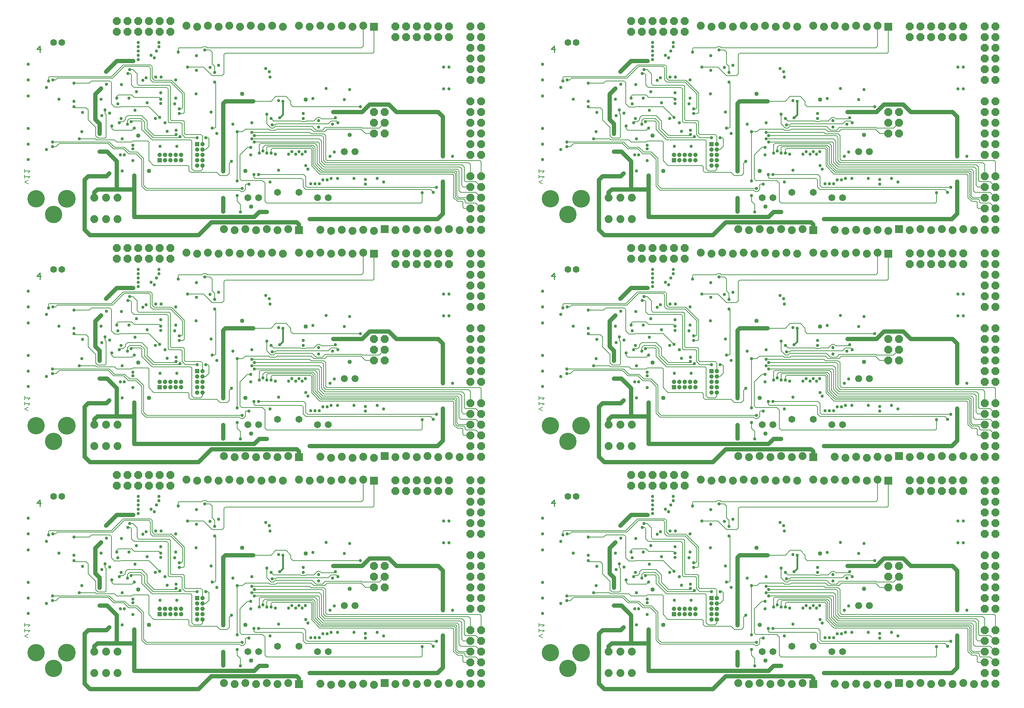
<source format=gbl>
G75*
%MOIN*%
%OFA0B0*%
%FSLAX24Y24*%
%IPPOS*%
%LPD*%
%AMOC8*
5,1,8,0,0,1.08239X$1,22.5*
%
%ADD10C,0.0110*%
%ADD11C,0.0080*%
%ADD12C,0.0630*%
%ADD13C,0.1660*%
%ADD14C,0.1620*%
%ADD15C,0.0740*%
%ADD16R,0.0740X0.0740*%
%ADD17OC8,0.0740*%
%ADD18R,0.0410X0.0410*%
%ADD19C,0.0410*%
%ADD20C,0.0650*%
%ADD21C,0.0660*%
%ADD22C,0.0400*%
%ADD23C,0.0300*%
%ADD24C,0.0400*%
%ADD25C,0.0160*%
D10*
X006490Y020395D02*
X006490Y020986D01*
X006195Y020690D01*
X006589Y020690D01*
X006490Y041595D02*
X006490Y042186D01*
X006195Y041890D01*
X006589Y041890D01*
X006490Y062795D02*
X006490Y063386D01*
X006195Y063090D01*
X006589Y063090D01*
X054195Y063090D02*
X054589Y063090D01*
X054490Y062795D02*
X054490Y063386D01*
X054195Y063090D01*
X054490Y042186D02*
X054195Y041890D01*
X054589Y041890D01*
X054490Y041595D02*
X054490Y042186D01*
X054490Y020986D02*
X054195Y020690D01*
X054589Y020690D01*
X054490Y020395D02*
X054490Y020986D01*
D11*
X055340Y018140D02*
X061140Y018140D01*
X062240Y019240D01*
X064790Y019240D01*
X064940Y019090D01*
X064940Y017990D01*
X065140Y017790D01*
X066740Y017790D01*
X067940Y016590D01*
X067940Y014790D01*
X067840Y014690D01*
X067490Y014690D01*
X067490Y015140D02*
X067690Y015140D01*
X067790Y015240D01*
X067790Y016540D01*
X066690Y017640D01*
X064990Y017640D01*
X064790Y017840D01*
X064790Y018940D01*
X064640Y019090D01*
X062340Y019090D01*
X061240Y017990D01*
X056090Y017990D01*
X055940Y017840D01*
X055690Y017840D01*
X055290Y017740D02*
X055290Y018090D01*
X055340Y018140D01*
X057640Y017540D02*
X059090Y017540D01*
X059290Y017740D01*
X060990Y017740D01*
X061140Y017590D01*
X061140Y015590D01*
X061440Y015290D01*
X061990Y015290D01*
X062040Y015340D01*
X064640Y015340D01*
X065640Y014340D01*
X066440Y013940D02*
X066440Y016990D01*
X066290Y017140D01*
X063246Y017140D01*
X063010Y017375D01*
X063010Y018320D01*
X062890Y018440D01*
X062690Y018440D01*
X062840Y018790D02*
X063140Y018790D01*
X063540Y018390D01*
X063540Y017490D01*
X063690Y017340D01*
X066540Y017340D01*
X066640Y017240D01*
X066640Y014140D01*
X066740Y014040D01*
X067840Y014040D01*
X067940Y013940D01*
X067940Y012840D01*
X068040Y012740D01*
X069490Y012740D01*
X069640Y012590D01*
X069640Y011840D01*
X069640Y011340D02*
X069940Y011340D01*
X070240Y011640D01*
X070240Y012340D01*
X070140Y012440D01*
X069940Y012440D01*
X069140Y012440D02*
X068040Y012440D01*
X067740Y012740D01*
X067740Y013740D01*
X067640Y013840D01*
X066540Y013840D01*
X066440Y013940D01*
X067190Y012740D02*
X067090Y012640D01*
X065140Y012640D01*
X064490Y013290D01*
X064490Y013990D01*
X063990Y014490D01*
X062640Y014490D01*
X062440Y014290D01*
X062440Y014140D01*
X062240Y013940D01*
X061990Y013940D01*
X061890Y013840D01*
X061190Y013540D02*
X061190Y013290D01*
X061340Y013140D01*
X063090Y013140D01*
X063290Y013340D01*
X062990Y013940D02*
X063040Y013990D01*
X063890Y013990D01*
X063990Y013890D01*
X063990Y013190D01*
X064940Y012240D01*
X068540Y012240D01*
X068640Y012140D01*
X068640Y009540D01*
X068840Y009340D01*
X069490Y009340D01*
X069640Y009490D01*
X069640Y009840D01*
X068390Y009740D02*
X068390Y009340D01*
X068540Y009190D01*
X070990Y009190D01*
X071290Y008890D01*
X071940Y008890D01*
X072140Y009090D01*
X072140Y010040D01*
X072340Y010240D01*
X073140Y010840D02*
X073140Y008590D01*
X073290Y008440D01*
X075240Y008440D01*
X075490Y008190D01*
X075490Y006490D01*
X075640Y006340D01*
X090040Y006340D01*
X090140Y006440D01*
X090140Y007290D01*
X090940Y007590D02*
X091190Y007340D01*
X090940Y007590D02*
X079290Y007590D01*
X079040Y007840D01*
X079040Y008490D01*
X078890Y008640D01*
X074540Y008640D01*
X074440Y008740D01*
X074440Y008990D01*
X074890Y008990D02*
X079090Y008990D01*
X079290Y008790D01*
X079290Y007940D01*
X079440Y007790D01*
X091490Y007790D01*
X093090Y006840D02*
X093090Y008940D01*
X092990Y009040D01*
X080590Y009040D01*
X079840Y009790D01*
X079840Y011340D01*
X079740Y011440D01*
X076140Y011440D01*
X076040Y011340D01*
X076040Y010990D01*
X075640Y010990D02*
X075640Y011540D01*
X075690Y011590D01*
X079840Y011590D01*
X079990Y011440D01*
X079990Y009890D01*
X080690Y009190D01*
X093140Y009190D01*
X093240Y009090D01*
X093240Y006890D01*
X093440Y006690D01*
X094040Y006690D01*
X094140Y006590D01*
X094140Y006440D01*
X094240Y006340D01*
X095140Y006340D01*
X095640Y005840D01*
X095640Y006840D02*
X095140Y007340D01*
X093740Y007340D01*
X093590Y007490D01*
X093590Y009340D01*
X093440Y009490D01*
X080890Y009490D01*
X080340Y010040D01*
X080340Y011690D01*
X080140Y011890D01*
X075040Y011890D01*
X074940Y011790D01*
X074940Y010990D01*
X075290Y011190D02*
X075290Y011540D01*
X075490Y011740D01*
X079940Y011740D01*
X080140Y011540D01*
X080140Y009990D01*
X080790Y009340D01*
X093290Y009340D01*
X093390Y009240D01*
X093390Y006990D01*
X093540Y006840D01*
X094640Y006840D01*
X093940Y006390D02*
X093940Y005940D01*
X094040Y005840D01*
X094640Y005840D01*
X093940Y006390D02*
X093840Y006490D01*
X093440Y006490D01*
X093090Y006840D01*
X093990Y007840D02*
X094640Y007840D01*
X093990Y007840D02*
X093840Y007990D01*
X093840Y009540D01*
X093690Y009690D01*
X080990Y009690D01*
X080540Y010140D01*
X080540Y011940D01*
X080440Y012040D01*
X074490Y012040D01*
X074240Y012340D02*
X080540Y012340D01*
X080740Y012140D01*
X080740Y010240D01*
X081090Y009890D01*
X093890Y009890D01*
X094090Y009690D01*
X094090Y008440D01*
X094190Y008340D01*
X095140Y008340D01*
X095640Y007840D01*
X095640Y008840D02*
X095640Y010190D01*
X095540Y010290D01*
X081290Y010290D01*
X081140Y010440D01*
X081140Y012640D01*
X080990Y012790D01*
X079790Y012790D01*
X079640Y012940D01*
X074240Y012940D01*
X074490Y012640D02*
X080790Y012640D01*
X080940Y012490D01*
X080940Y010340D01*
X081190Y010090D01*
X094490Y010090D01*
X094640Y009940D01*
X094640Y008840D01*
X086640Y013840D02*
X086140Y013340D01*
X084540Y013340D01*
X084490Y013390D01*
X081090Y013390D01*
X080840Y013140D01*
X080240Y013140D01*
X079890Y013490D01*
X076440Y013490D01*
X076290Y013340D01*
X076040Y013340D01*
X075640Y013740D01*
X075640Y014640D01*
X076040Y014240D02*
X076290Y013990D01*
X078840Y013990D01*
X078890Y013940D01*
X079240Y013940D01*
X079290Y013990D01*
X080040Y013990D01*
X080390Y014340D01*
X080590Y014340D01*
X080740Y014190D01*
X081940Y014190D01*
X082040Y014290D01*
X082140Y013990D02*
X082290Y013840D01*
X082140Y013990D02*
X081640Y013990D01*
X081390Y013740D01*
X076540Y013740D01*
X076440Y013640D01*
X076140Y013640D01*
X075840Y013240D02*
X075940Y013140D01*
X076490Y013140D01*
X076590Y013240D01*
X079790Y013240D01*
X080040Y012990D01*
X081040Y012990D01*
X081290Y013240D01*
X084440Y013240D01*
X084840Y012840D01*
X085640Y012840D01*
X084390Y015340D02*
X078090Y015340D01*
X077890Y015540D01*
X077890Y015840D01*
X077440Y016290D01*
X076490Y016290D01*
X076040Y015840D01*
X074390Y015840D01*
X073640Y013240D02*
X075840Y013240D01*
X073640Y013240D02*
X073390Y012990D01*
X072890Y012990D01*
X072890Y008390D01*
X073640Y008040D02*
X073690Y008090D01*
X073990Y008090D01*
X073640Y008040D02*
X073640Y007590D01*
X073440Y007390D01*
X073240Y007390D01*
X073090Y007540D01*
X064340Y007540D01*
X063990Y007890D01*
X063990Y010390D01*
X063440Y010940D01*
X062740Y010940D01*
X062290Y011390D01*
X061340Y011390D01*
X060840Y011890D01*
X056290Y011890D01*
X055990Y011590D01*
X055640Y011590D01*
X055640Y012040D02*
X060940Y012040D01*
X061440Y011540D01*
X062390Y011540D01*
X062840Y011090D01*
X063540Y011090D01*
X064140Y010490D01*
X064140Y007990D01*
X064440Y007690D01*
X073340Y007690D01*
X072890Y007040D02*
X072890Y006490D01*
X073190Y006190D01*
X073190Y005490D01*
X068390Y009740D02*
X068290Y009840D01*
X065090Y009840D01*
X064640Y010290D01*
X064640Y012040D01*
X064540Y012140D01*
X063140Y012140D01*
X063040Y012040D01*
X061640Y012040D01*
X061440Y012240D01*
X059740Y012240D01*
X059640Y012340D01*
X058140Y012340D01*
X059690Y012590D02*
X059690Y013390D01*
X058990Y014090D01*
X058990Y015040D01*
X058790Y015240D01*
X057740Y015240D01*
X057640Y015340D01*
X060540Y015040D02*
X060540Y014690D01*
X060640Y014590D01*
X060640Y012490D01*
X060540Y012390D01*
X059890Y012390D01*
X059690Y012590D01*
X062640Y013690D02*
X062640Y014040D01*
X062840Y014240D01*
X063890Y014240D01*
X064240Y013890D01*
X064240Y013240D01*
X065040Y012440D01*
X067440Y012440D01*
X067540Y012540D01*
X070540Y013340D02*
X070790Y013340D01*
X070890Y013440D01*
X070890Y017540D01*
X070790Y017640D01*
X070540Y018240D02*
X071490Y018240D01*
X071640Y018390D01*
X071640Y020190D01*
X071790Y020340D01*
X085540Y020340D01*
X085640Y020440D01*
X085640Y022790D01*
X084640Y022890D02*
X084640Y020990D01*
X084490Y020840D01*
X070090Y020840D01*
X069990Y020940D01*
X069690Y020940D01*
X069590Y020840D01*
X067440Y020840D01*
X067390Y020790D01*
X067390Y020440D01*
X068240Y019040D02*
X069740Y019040D01*
X070540Y018240D01*
X070790Y018540D02*
X070790Y019090D01*
X070540Y019340D01*
X070540Y020440D01*
X070340Y020640D01*
X069840Y020640D01*
X065590Y016190D02*
X063290Y016190D01*
X063040Y016440D01*
X061790Y016440D01*
X061640Y016290D01*
X061640Y016140D01*
X065590Y016190D02*
X065740Y016040D01*
X073140Y010840D02*
X073840Y011540D01*
X074140Y011540D01*
X053550Y009324D02*
X053070Y009324D01*
X053070Y009164D02*
X053070Y009485D01*
X053390Y009164D02*
X053550Y009324D01*
X053550Y008809D02*
X053070Y008809D01*
X053070Y008649D02*
X053070Y008969D01*
X053390Y008649D02*
X053550Y008809D01*
X053390Y008453D02*
X053070Y008293D01*
X053390Y008133D01*
X047640Y007840D02*
X047140Y008340D01*
X046190Y008340D01*
X046090Y008440D01*
X046090Y009690D01*
X045890Y009890D01*
X033090Y009890D01*
X032740Y010240D01*
X032740Y012140D01*
X032540Y012340D01*
X026240Y012340D01*
X026490Y012640D02*
X032790Y012640D01*
X032940Y012490D01*
X032940Y010340D01*
X033190Y010090D01*
X046490Y010090D01*
X046640Y009940D01*
X046640Y008840D01*
X046640Y007840D02*
X045990Y007840D01*
X045840Y007990D01*
X045840Y009540D01*
X045690Y009690D01*
X032990Y009690D01*
X032540Y010140D01*
X032540Y011940D01*
X032440Y012040D01*
X026490Y012040D01*
X026940Y011790D02*
X027040Y011890D01*
X032140Y011890D01*
X032340Y011690D01*
X032340Y010040D01*
X032890Y009490D01*
X045440Y009490D01*
X045590Y009340D01*
X045590Y007490D01*
X045740Y007340D01*
X047140Y007340D01*
X047640Y006840D01*
X047140Y006340D02*
X047640Y005840D01*
X047140Y006340D02*
X046240Y006340D01*
X046140Y006440D01*
X046140Y006590D01*
X046040Y006690D01*
X045440Y006690D01*
X045240Y006890D01*
X045240Y009090D01*
X045140Y009190D01*
X032690Y009190D01*
X031990Y009890D01*
X031990Y011440D01*
X031840Y011590D01*
X027690Y011590D01*
X027640Y011540D01*
X027640Y010990D01*
X028040Y010990D02*
X028040Y011340D01*
X028140Y011440D01*
X031740Y011440D01*
X031840Y011340D01*
X031840Y009790D01*
X032590Y009040D01*
X044990Y009040D01*
X045090Y008940D01*
X045090Y006840D01*
X045440Y006490D01*
X045840Y006490D01*
X045940Y006390D01*
X045940Y005940D01*
X046040Y005840D01*
X046640Y005840D01*
X046640Y006840D02*
X045540Y006840D01*
X045390Y006990D01*
X045390Y009240D01*
X045290Y009340D01*
X032790Y009340D01*
X032140Y009990D01*
X032140Y011540D01*
X031940Y011740D01*
X027490Y011740D01*
X027290Y011540D01*
X027290Y011190D01*
X026940Y010990D02*
X026940Y011790D01*
X026140Y011540D02*
X025840Y011540D01*
X025140Y010840D01*
X025140Y008590D01*
X025290Y008440D01*
X027240Y008440D01*
X027490Y008190D01*
X027490Y006490D01*
X027640Y006340D01*
X042040Y006340D01*
X042140Y006440D01*
X042140Y007290D01*
X042940Y007590D02*
X043190Y007340D01*
X042940Y007590D02*
X031290Y007590D01*
X031040Y007840D01*
X031040Y008490D01*
X030890Y008640D01*
X026540Y008640D01*
X026440Y008740D01*
X026440Y008990D01*
X026890Y008990D02*
X031090Y008990D01*
X031290Y008790D01*
X031290Y007940D01*
X031440Y007790D01*
X043490Y007790D01*
X047640Y008840D02*
X047640Y010190D01*
X047540Y010290D01*
X033290Y010290D01*
X033140Y010440D01*
X033140Y012640D01*
X032990Y012790D01*
X031790Y012790D01*
X031640Y012940D01*
X026240Y012940D01*
X025640Y013240D02*
X025390Y012990D01*
X024890Y012990D01*
X024890Y008390D01*
X025640Y008040D02*
X025690Y008090D01*
X025990Y008090D01*
X025640Y008040D02*
X025640Y007590D01*
X025440Y007390D01*
X025240Y007390D01*
X025090Y007540D01*
X016340Y007540D01*
X015990Y007890D01*
X015990Y010390D01*
X015440Y010940D01*
X014740Y010940D01*
X014290Y011390D01*
X013340Y011390D01*
X012840Y011890D01*
X008290Y011890D01*
X007990Y011590D01*
X007640Y011590D01*
X007640Y012040D02*
X012940Y012040D01*
X013440Y011540D01*
X014390Y011540D01*
X014840Y011090D01*
X015540Y011090D01*
X016140Y010490D01*
X016140Y007990D01*
X016440Y007690D01*
X025340Y007690D01*
X024890Y007040D02*
X024890Y006490D01*
X025190Y006190D01*
X025190Y005490D01*
X023940Y008890D02*
X023290Y008890D01*
X022990Y009190D01*
X020540Y009190D01*
X020390Y009340D01*
X020390Y009740D01*
X020290Y009840D01*
X017090Y009840D01*
X016640Y010290D01*
X016640Y012040D01*
X016540Y012140D01*
X015140Y012140D01*
X015040Y012040D01*
X013640Y012040D01*
X013440Y012240D01*
X011740Y012240D01*
X011640Y012340D01*
X010140Y012340D01*
X011690Y012590D02*
X011690Y013390D01*
X010990Y014090D01*
X010990Y015040D01*
X010790Y015240D01*
X009740Y015240D01*
X009640Y015340D01*
X009640Y017540D02*
X011090Y017540D01*
X011290Y017740D01*
X012990Y017740D01*
X013140Y017590D01*
X013140Y015590D01*
X013440Y015290D01*
X013990Y015290D01*
X014040Y015340D01*
X016640Y015340D01*
X017640Y014340D01*
X018440Y013940D02*
X018440Y016990D01*
X018290Y017140D01*
X015246Y017140D01*
X015010Y017375D01*
X015010Y018320D01*
X014890Y018440D01*
X014690Y018440D01*
X014840Y018790D02*
X015140Y018790D01*
X015540Y018390D01*
X015540Y017490D01*
X015690Y017340D01*
X018540Y017340D01*
X018640Y017240D01*
X018640Y014140D01*
X018740Y014040D01*
X019840Y014040D01*
X019940Y013940D01*
X019940Y012840D01*
X020040Y012740D01*
X021490Y012740D01*
X021640Y012590D01*
X021640Y011840D01*
X021640Y011340D02*
X021940Y011340D01*
X022240Y011640D01*
X022240Y012340D01*
X022140Y012440D01*
X021940Y012440D01*
X021140Y012440D02*
X020040Y012440D01*
X019740Y012740D01*
X019740Y013740D01*
X019640Y013840D01*
X018540Y013840D01*
X018440Y013940D01*
X019490Y014690D02*
X019840Y014690D01*
X019940Y014790D01*
X019940Y016590D01*
X018740Y017790D01*
X017140Y017790D01*
X016940Y017990D01*
X016940Y019090D01*
X016790Y019240D01*
X014240Y019240D01*
X013140Y018140D01*
X007340Y018140D01*
X007290Y018090D01*
X007290Y017740D01*
X007690Y017840D02*
X007940Y017840D01*
X008090Y017990D01*
X013240Y017990D01*
X014340Y019090D01*
X016640Y019090D01*
X016790Y018940D01*
X016790Y017840D01*
X016990Y017640D01*
X018690Y017640D01*
X019790Y016540D01*
X019790Y015240D01*
X019690Y015140D01*
X019490Y015140D01*
X017740Y016040D02*
X017590Y016190D01*
X015290Y016190D01*
X015040Y016440D01*
X013790Y016440D01*
X013640Y016290D01*
X013640Y016140D01*
X012540Y015040D02*
X012540Y014690D01*
X012640Y014590D01*
X012640Y012490D01*
X012540Y012390D01*
X011890Y012390D01*
X011690Y012590D01*
X013190Y013290D02*
X013340Y013140D01*
X015090Y013140D01*
X015290Y013340D01*
X014990Y013940D02*
X015040Y013990D01*
X015890Y013990D01*
X015990Y013890D01*
X015990Y013190D01*
X016940Y012240D01*
X020540Y012240D01*
X020640Y012140D01*
X020640Y009540D01*
X020840Y009340D01*
X021490Y009340D01*
X021640Y009490D01*
X021640Y009840D01*
X023940Y008890D02*
X024140Y009090D01*
X024140Y010040D01*
X024340Y010240D01*
X019540Y012540D02*
X019440Y012440D01*
X017040Y012440D01*
X016240Y013240D01*
X016240Y013890D01*
X015890Y014240D01*
X014840Y014240D01*
X014640Y014040D01*
X014640Y013690D01*
X014240Y013940D02*
X013990Y013940D01*
X013890Y013840D01*
X014240Y013940D02*
X014440Y014140D01*
X014440Y014290D01*
X014640Y014490D01*
X015990Y014490D01*
X016490Y013990D01*
X016490Y013290D01*
X017140Y012640D01*
X019090Y012640D01*
X019190Y012740D01*
X022540Y013340D02*
X022790Y013340D01*
X022890Y013440D01*
X022890Y017540D01*
X022790Y017640D01*
X022540Y018240D02*
X023490Y018240D01*
X023640Y018390D01*
X023640Y020190D01*
X023790Y020340D01*
X037540Y020340D01*
X037640Y020440D01*
X037640Y022790D01*
X036640Y022890D02*
X036640Y020990D01*
X036490Y020840D01*
X022090Y020840D01*
X021990Y020940D01*
X021690Y020940D01*
X021590Y020840D01*
X019440Y020840D01*
X019390Y020790D01*
X019390Y020440D01*
X020240Y019040D02*
X021740Y019040D01*
X022540Y018240D01*
X022790Y018540D02*
X022790Y019090D01*
X022540Y019340D01*
X022540Y020440D01*
X022340Y020640D01*
X021840Y020640D01*
X026390Y015840D02*
X028040Y015840D01*
X028490Y016290D01*
X029440Y016290D01*
X029890Y015840D01*
X029890Y015540D01*
X030090Y015340D01*
X036390Y015340D01*
X034040Y014290D02*
X033940Y014190D01*
X032740Y014190D01*
X032590Y014340D01*
X032390Y014340D01*
X032040Y013990D01*
X031290Y013990D01*
X031240Y013940D01*
X030890Y013940D01*
X030840Y013990D01*
X028290Y013990D01*
X028040Y014240D01*
X027640Y014640D02*
X027640Y013740D01*
X028040Y013340D01*
X028290Y013340D01*
X028440Y013490D01*
X031890Y013490D01*
X032240Y013140D01*
X032840Y013140D01*
X033090Y013390D01*
X036490Y013390D01*
X036540Y013340D01*
X038140Y013340D01*
X038640Y013840D01*
X037640Y012840D02*
X036840Y012840D01*
X036440Y013240D01*
X033290Y013240D01*
X033040Y012990D01*
X032040Y012990D01*
X031790Y013240D01*
X028590Y013240D01*
X028490Y013140D01*
X027940Y013140D01*
X027840Y013240D01*
X025640Y013240D01*
X028140Y013640D02*
X028440Y013640D01*
X028540Y013740D01*
X033390Y013740D01*
X033640Y013990D01*
X034140Y013990D01*
X034290Y013840D01*
X025190Y026690D02*
X025190Y027390D01*
X024890Y027690D01*
X024890Y028240D01*
X025240Y028590D02*
X025440Y028590D01*
X025640Y028790D01*
X025640Y029240D01*
X025690Y029290D01*
X025990Y029290D01*
X025340Y028890D02*
X016440Y028890D01*
X016140Y029190D01*
X016140Y031690D01*
X015540Y032290D01*
X014840Y032290D01*
X014390Y032740D01*
X013440Y032740D01*
X012940Y033240D01*
X007640Y033240D01*
X007640Y032790D02*
X007990Y032790D01*
X008290Y033090D01*
X012840Y033090D01*
X013340Y032590D01*
X014290Y032590D01*
X014740Y032140D01*
X015440Y032140D01*
X015990Y031590D01*
X015990Y029090D01*
X016340Y028740D01*
X025090Y028740D01*
X025240Y028590D01*
X025290Y029640D02*
X027240Y029640D01*
X027490Y029390D01*
X027490Y027690D01*
X027640Y027540D01*
X042040Y027540D01*
X042140Y027640D01*
X042140Y028490D01*
X042940Y028790D02*
X043190Y028540D01*
X042940Y028790D02*
X031290Y028790D01*
X031040Y029040D01*
X031040Y029690D01*
X030890Y029840D01*
X026540Y029840D01*
X026440Y029940D01*
X026440Y030190D01*
X026890Y030190D02*
X031090Y030190D01*
X031290Y029990D01*
X031290Y029140D01*
X031440Y028990D01*
X043490Y028990D01*
X045090Y028040D02*
X045090Y030140D01*
X044990Y030240D01*
X032590Y030240D01*
X031840Y030990D01*
X031840Y032540D01*
X031740Y032640D01*
X028140Y032640D01*
X028040Y032540D01*
X028040Y032190D01*
X027640Y032190D02*
X027640Y032740D01*
X027690Y032790D01*
X031840Y032790D01*
X031990Y032640D01*
X031990Y031090D01*
X032690Y030390D01*
X045140Y030390D01*
X045240Y030290D01*
X045240Y028090D01*
X045440Y027890D01*
X046040Y027890D01*
X046140Y027790D01*
X046140Y027640D01*
X046240Y027540D01*
X047140Y027540D01*
X047640Y027040D01*
X047640Y028040D02*
X047140Y028540D01*
X045740Y028540D01*
X045590Y028690D01*
X045590Y030540D01*
X045440Y030690D01*
X032890Y030690D01*
X032340Y031240D01*
X032340Y032890D01*
X032140Y033090D01*
X027040Y033090D01*
X026940Y032990D01*
X026940Y032190D01*
X027290Y032390D02*
X027290Y032740D01*
X027490Y032940D01*
X031940Y032940D01*
X032140Y032740D01*
X032140Y031190D01*
X032790Y030540D01*
X045290Y030540D01*
X045390Y030440D01*
X045390Y028190D01*
X045540Y028040D01*
X046640Y028040D01*
X045940Y027590D02*
X045840Y027690D01*
X045440Y027690D01*
X045090Y028040D01*
X045940Y027590D02*
X045940Y027140D01*
X046040Y027040D01*
X046640Y027040D01*
X046640Y029040D02*
X045990Y029040D01*
X045840Y029190D01*
X045840Y030740D01*
X045690Y030890D01*
X032990Y030890D01*
X032540Y031340D01*
X032540Y033140D01*
X032440Y033240D01*
X026490Y033240D01*
X026240Y033540D02*
X032540Y033540D01*
X032740Y033340D01*
X032740Y031440D01*
X033090Y031090D01*
X045890Y031090D01*
X046090Y030890D01*
X046090Y029640D01*
X046190Y029540D01*
X047140Y029540D01*
X047640Y029040D01*
X047640Y030040D02*
X047640Y031390D01*
X047540Y031490D01*
X033290Y031490D01*
X033140Y031640D01*
X033140Y033840D01*
X032990Y033990D01*
X031790Y033990D01*
X031640Y034140D01*
X026240Y034140D01*
X026490Y033840D02*
X032790Y033840D01*
X032940Y033690D01*
X032940Y031540D01*
X033190Y031290D01*
X046490Y031290D01*
X046640Y031140D01*
X046640Y030040D01*
X053070Y030009D02*
X053550Y030009D01*
X053390Y029849D01*
X053390Y029653D02*
X053070Y029493D01*
X053390Y029333D01*
X053070Y029849D02*
X053070Y030169D01*
X053070Y030364D02*
X053070Y030685D01*
X053070Y030524D02*
X053550Y030524D01*
X053390Y030364D01*
X055640Y032790D02*
X055990Y032790D01*
X056290Y033090D01*
X060840Y033090D01*
X061340Y032590D01*
X062290Y032590D01*
X062740Y032140D01*
X063440Y032140D01*
X063990Y031590D01*
X063990Y029090D01*
X064340Y028740D01*
X073090Y028740D01*
X073240Y028590D01*
X073440Y028590D01*
X073640Y028790D01*
X073640Y029240D01*
X073690Y029290D01*
X073990Y029290D01*
X073340Y028890D02*
X064440Y028890D01*
X064140Y029190D01*
X064140Y031690D01*
X063540Y032290D01*
X062840Y032290D01*
X062390Y032740D01*
X061440Y032740D01*
X060940Y033240D01*
X055640Y033240D01*
X058140Y033540D02*
X059640Y033540D01*
X059740Y033440D01*
X061440Y033440D01*
X061640Y033240D01*
X063040Y033240D01*
X063140Y033340D01*
X064540Y033340D01*
X064640Y033240D01*
X064640Y031490D01*
X065090Y031040D01*
X068290Y031040D01*
X068390Y030940D01*
X068390Y030540D01*
X068540Y030390D01*
X070990Y030390D01*
X071290Y030090D01*
X071940Y030090D01*
X072140Y030290D01*
X072140Y031240D01*
X072340Y031440D01*
X073140Y032040D02*
X073140Y029790D01*
X073290Y029640D01*
X075240Y029640D01*
X075490Y029390D01*
X075490Y027690D01*
X075640Y027540D01*
X090040Y027540D01*
X090140Y027640D01*
X090140Y028490D01*
X090940Y028790D02*
X091190Y028540D01*
X090940Y028790D02*
X079290Y028790D01*
X079040Y029040D01*
X079040Y029690D01*
X078890Y029840D01*
X074540Y029840D01*
X074440Y029940D01*
X074440Y030190D01*
X074890Y030190D02*
X079090Y030190D01*
X079290Y029990D01*
X079290Y029140D01*
X079440Y028990D01*
X091490Y028990D01*
X093090Y028040D02*
X093440Y027690D01*
X093840Y027690D01*
X093940Y027590D01*
X093940Y027140D01*
X094040Y027040D01*
X094640Y027040D01*
X094240Y027540D02*
X095140Y027540D01*
X095640Y027040D01*
X095640Y028040D02*
X095140Y028540D01*
X093740Y028540D01*
X093590Y028690D01*
X093590Y030540D01*
X093440Y030690D01*
X080890Y030690D01*
X080340Y031240D01*
X080340Y032890D01*
X080140Y033090D01*
X075040Y033090D01*
X074940Y032990D01*
X074940Y032190D01*
X075290Y032390D02*
X075290Y032740D01*
X075490Y032940D01*
X079940Y032940D01*
X080140Y032740D01*
X080140Y031190D01*
X080790Y030540D01*
X093290Y030540D01*
X093390Y030440D01*
X093390Y028190D01*
X093540Y028040D01*
X094640Y028040D01*
X094140Y027790D02*
X094140Y027640D01*
X094240Y027540D01*
X094140Y027790D02*
X094040Y027890D01*
X093440Y027890D01*
X093240Y028090D01*
X093240Y030290D01*
X093140Y030390D01*
X080690Y030390D01*
X079990Y031090D01*
X079990Y032640D01*
X079840Y032790D01*
X075690Y032790D01*
X075640Y032740D01*
X075640Y032190D01*
X076040Y032190D02*
X076040Y032540D01*
X076140Y032640D01*
X079740Y032640D01*
X079840Y032540D01*
X079840Y030990D01*
X080590Y030240D01*
X092990Y030240D01*
X093090Y030140D01*
X093090Y028040D01*
X093990Y029040D02*
X094640Y029040D01*
X093990Y029040D02*
X093840Y029190D01*
X093840Y030740D01*
X093690Y030890D01*
X080990Y030890D01*
X080540Y031340D01*
X080540Y033140D01*
X080440Y033240D01*
X074490Y033240D01*
X074240Y033540D02*
X080540Y033540D01*
X080740Y033340D01*
X080740Y031440D01*
X081090Y031090D01*
X093890Y031090D01*
X094090Y030890D01*
X094090Y029640D01*
X094190Y029540D01*
X095140Y029540D01*
X095640Y029040D01*
X095640Y030040D02*
X095640Y031390D01*
X095540Y031490D01*
X081290Y031490D01*
X081140Y031640D01*
X081140Y033840D01*
X080990Y033990D01*
X079790Y033990D01*
X079640Y034140D01*
X074240Y034140D01*
X074490Y033840D02*
X080790Y033840D01*
X080940Y033690D01*
X080940Y031540D01*
X081190Y031290D01*
X094490Y031290D01*
X094640Y031140D01*
X094640Y030040D01*
X086640Y035040D02*
X086140Y034540D01*
X084540Y034540D01*
X084490Y034590D01*
X081090Y034590D01*
X080840Y034340D01*
X080240Y034340D01*
X079890Y034690D01*
X076440Y034690D01*
X076290Y034540D01*
X076040Y034540D01*
X075640Y034940D01*
X075640Y035840D01*
X076040Y035440D02*
X076290Y035190D01*
X078840Y035190D01*
X078890Y035140D01*
X079240Y035140D01*
X079290Y035190D01*
X080040Y035190D01*
X080390Y035540D01*
X080590Y035540D01*
X080740Y035390D01*
X081940Y035390D01*
X082040Y035490D01*
X082140Y035190D02*
X082290Y035040D01*
X082140Y035190D02*
X081640Y035190D01*
X081390Y034940D01*
X076540Y034940D01*
X076440Y034840D01*
X076140Y034840D01*
X075840Y034440D02*
X075940Y034340D01*
X076490Y034340D01*
X076590Y034440D01*
X079790Y034440D01*
X080040Y034190D01*
X081040Y034190D01*
X081290Y034440D01*
X084440Y034440D01*
X084840Y034040D01*
X085640Y034040D01*
X084390Y036540D02*
X078090Y036540D01*
X077890Y036740D01*
X077890Y037040D01*
X077440Y037490D01*
X076490Y037490D01*
X076040Y037040D01*
X074390Y037040D01*
X073640Y034440D02*
X075840Y034440D01*
X073640Y034440D02*
X073390Y034190D01*
X072890Y034190D01*
X072890Y029590D01*
X072890Y028240D02*
X072890Y027690D01*
X073190Y027390D01*
X073190Y026690D01*
X069490Y030540D02*
X068840Y030540D01*
X068640Y030740D01*
X068640Y033340D01*
X068540Y033440D01*
X064940Y033440D01*
X063990Y034390D01*
X063990Y035090D01*
X063890Y035190D01*
X063040Y035190D01*
X062990Y035140D01*
X062840Y035440D02*
X063890Y035440D01*
X064240Y035090D01*
X064240Y034440D01*
X065040Y033640D01*
X067440Y033640D01*
X067540Y033740D01*
X067740Y033940D02*
X067740Y034940D01*
X067640Y035040D01*
X066540Y035040D01*
X066440Y035140D01*
X066440Y038190D01*
X066290Y038340D01*
X063246Y038340D01*
X063010Y038575D01*
X063010Y039520D01*
X062890Y039640D01*
X062690Y039640D01*
X062840Y039990D02*
X063140Y039990D01*
X063540Y039590D01*
X063540Y038690D01*
X063690Y038540D01*
X066540Y038540D01*
X066640Y038440D01*
X066640Y035340D01*
X066740Y035240D01*
X067840Y035240D01*
X067940Y035140D01*
X067940Y034040D01*
X068040Y033940D01*
X069490Y033940D01*
X069640Y033790D01*
X069640Y033040D01*
X069640Y032540D02*
X069940Y032540D01*
X070240Y032840D01*
X070240Y033540D01*
X070140Y033640D01*
X069940Y033640D01*
X069140Y033640D02*
X068040Y033640D01*
X067740Y033940D01*
X067190Y033940D02*
X067090Y033840D01*
X065140Y033840D01*
X064490Y034490D01*
X064490Y035190D01*
X063990Y035690D01*
X062640Y035690D01*
X062440Y035490D01*
X062440Y035340D01*
X062240Y035140D01*
X061990Y035140D01*
X061890Y035040D01*
X061190Y034740D02*
X061190Y034490D01*
X061340Y034340D01*
X063090Y034340D01*
X063290Y034540D01*
X062640Y034890D02*
X062640Y035240D01*
X062840Y035440D01*
X061990Y036490D02*
X061440Y036490D01*
X061140Y036790D01*
X061140Y038790D01*
X060990Y038940D01*
X059290Y038940D01*
X059090Y038740D01*
X057640Y038740D01*
X056090Y039190D02*
X061240Y039190D01*
X062340Y040290D01*
X064640Y040290D01*
X064790Y040140D01*
X064790Y039040D01*
X064990Y038840D01*
X066690Y038840D01*
X067790Y037740D01*
X067790Y036440D01*
X067690Y036340D01*
X067490Y036340D01*
X067490Y035890D02*
X067840Y035890D01*
X067940Y035990D01*
X067940Y037790D01*
X066740Y038990D01*
X065140Y038990D01*
X064940Y039190D01*
X064940Y040290D01*
X064790Y040440D01*
X062240Y040440D01*
X061140Y039340D01*
X055340Y039340D01*
X055290Y039290D01*
X055290Y038940D01*
X055690Y039040D02*
X055940Y039040D01*
X056090Y039190D01*
X057640Y036540D02*
X057740Y036440D01*
X058790Y036440D01*
X058990Y036240D01*
X058990Y035290D01*
X059690Y034590D01*
X059690Y033790D01*
X059890Y033590D01*
X060540Y033590D01*
X060640Y033690D01*
X060640Y035790D01*
X060540Y035890D01*
X060540Y036240D01*
X061990Y036490D02*
X062040Y036540D01*
X064640Y036540D01*
X065640Y035540D01*
X065740Y037240D02*
X065590Y037390D01*
X063290Y037390D01*
X063040Y037640D01*
X061790Y037640D01*
X061640Y037490D01*
X061640Y037340D01*
X067390Y041640D02*
X067390Y041990D01*
X067440Y042040D01*
X069590Y042040D01*
X069690Y042140D01*
X069990Y042140D01*
X070090Y042040D01*
X084490Y042040D01*
X084640Y042190D01*
X084640Y044090D01*
X085640Y043990D02*
X085640Y041640D01*
X085540Y041540D01*
X071790Y041540D01*
X071640Y041390D01*
X071640Y039590D01*
X071490Y039440D01*
X070540Y039440D01*
X069740Y040240D01*
X068240Y040240D01*
X069840Y041840D02*
X070340Y041840D01*
X070540Y041640D01*
X070540Y040540D01*
X070790Y040290D01*
X070790Y039740D01*
X070790Y038840D02*
X070890Y038740D01*
X070890Y034640D01*
X070790Y034540D01*
X070540Y034540D01*
X073140Y032040D02*
X073840Y032740D01*
X074140Y032740D01*
X069640Y031040D02*
X069640Y030690D01*
X069490Y030540D01*
X073190Y047890D02*
X073190Y048590D01*
X072890Y048890D01*
X072890Y049440D01*
X073240Y049790D02*
X073440Y049790D01*
X073640Y049990D01*
X073640Y050440D01*
X073690Y050490D01*
X073990Y050490D01*
X073340Y050090D02*
X064440Y050090D01*
X064140Y050390D01*
X064140Y052890D01*
X063540Y053490D01*
X062840Y053490D01*
X062390Y053940D01*
X061440Y053940D01*
X060940Y054440D01*
X055640Y054440D01*
X055640Y053990D02*
X055990Y053990D01*
X056290Y054290D01*
X060840Y054290D01*
X061340Y053790D01*
X062290Y053790D01*
X062740Y053340D01*
X063440Y053340D01*
X063990Y052790D01*
X063990Y050290D01*
X064340Y049940D01*
X073090Y049940D01*
X073240Y049790D01*
X073290Y050840D02*
X075240Y050840D01*
X075490Y050590D01*
X075490Y048890D01*
X075640Y048740D01*
X090040Y048740D01*
X090140Y048840D01*
X090140Y049690D01*
X090940Y049990D02*
X091190Y049740D01*
X090940Y049990D02*
X079290Y049990D01*
X079040Y050240D01*
X079040Y050890D01*
X078890Y051040D01*
X074540Y051040D01*
X074440Y051140D01*
X074440Y051390D01*
X074890Y051390D02*
X079090Y051390D01*
X079290Y051190D01*
X079290Y050340D01*
X079440Y050190D01*
X091490Y050190D01*
X093090Y049240D02*
X093440Y048890D01*
X093840Y048890D01*
X093940Y048790D01*
X093940Y048340D01*
X094040Y048240D01*
X094640Y048240D01*
X094240Y048740D02*
X095140Y048740D01*
X095640Y048240D01*
X095640Y049240D02*
X095140Y049740D01*
X093740Y049740D01*
X093590Y049890D01*
X093590Y051740D01*
X093440Y051890D01*
X080890Y051890D01*
X080340Y052440D01*
X080340Y054090D01*
X080140Y054290D01*
X075040Y054290D01*
X074940Y054190D01*
X074940Y053390D01*
X075290Y053590D02*
X075290Y053940D01*
X075490Y054140D01*
X079940Y054140D01*
X080140Y053940D01*
X080140Y052390D01*
X080790Y051740D01*
X093290Y051740D01*
X093390Y051640D01*
X093390Y049390D01*
X093540Y049240D01*
X094640Y049240D01*
X094140Y048990D02*
X094140Y048840D01*
X094240Y048740D01*
X094140Y048990D02*
X094040Y049090D01*
X093440Y049090D01*
X093240Y049290D01*
X093240Y051490D01*
X093140Y051590D01*
X080690Y051590D01*
X079990Y052290D01*
X079990Y053840D01*
X079840Y053990D01*
X075690Y053990D01*
X075640Y053940D01*
X075640Y053390D01*
X076040Y053390D02*
X076040Y053740D01*
X076140Y053840D01*
X079740Y053840D01*
X079840Y053740D01*
X079840Y052190D01*
X080590Y051440D01*
X092990Y051440D01*
X093090Y051340D01*
X093090Y049240D01*
X093990Y050240D02*
X094640Y050240D01*
X093990Y050240D02*
X093840Y050390D01*
X093840Y051940D01*
X093690Y052090D01*
X080990Y052090D01*
X080540Y052540D01*
X080540Y054340D01*
X080440Y054440D01*
X074490Y054440D01*
X074240Y054740D02*
X080540Y054740D01*
X080740Y054540D01*
X080740Y052640D01*
X081090Y052290D01*
X093890Y052290D01*
X094090Y052090D01*
X094090Y050840D01*
X094190Y050740D01*
X095140Y050740D01*
X095640Y050240D01*
X095640Y051240D02*
X095640Y052590D01*
X095540Y052690D01*
X081290Y052690D01*
X081140Y052840D01*
X081140Y055040D01*
X080990Y055190D01*
X079790Y055190D01*
X079640Y055340D01*
X074240Y055340D01*
X074490Y055040D02*
X080790Y055040D01*
X080940Y054890D01*
X080940Y052740D01*
X081190Y052490D01*
X094490Y052490D01*
X094640Y052340D01*
X094640Y051240D01*
X086640Y056240D02*
X086140Y055740D01*
X084540Y055740D01*
X084490Y055790D01*
X081090Y055790D01*
X080840Y055540D01*
X080240Y055540D01*
X079890Y055890D01*
X076440Y055890D01*
X076290Y055740D01*
X076040Y055740D01*
X075640Y056140D01*
X075640Y057040D01*
X076040Y056640D02*
X076290Y056390D01*
X078840Y056390D01*
X078890Y056340D01*
X079240Y056340D01*
X079290Y056390D01*
X080040Y056390D01*
X080390Y056740D01*
X080590Y056740D01*
X080740Y056590D01*
X081940Y056590D01*
X082040Y056690D01*
X082140Y056390D02*
X082290Y056240D01*
X082140Y056390D02*
X081640Y056390D01*
X081390Y056140D01*
X076540Y056140D01*
X076440Y056040D01*
X076140Y056040D01*
X075840Y055640D02*
X075940Y055540D01*
X076490Y055540D01*
X076590Y055640D01*
X079790Y055640D01*
X080040Y055390D01*
X081040Y055390D01*
X081290Y055640D01*
X084440Y055640D01*
X084840Y055240D01*
X085640Y055240D01*
X084390Y057740D02*
X078090Y057740D01*
X077890Y057940D01*
X077890Y058240D01*
X077440Y058690D01*
X076490Y058690D01*
X076040Y058240D01*
X074390Y058240D01*
X071640Y060790D02*
X071640Y062590D01*
X071790Y062740D01*
X085540Y062740D01*
X085640Y062840D01*
X085640Y065190D01*
X084640Y065290D02*
X084640Y063390D01*
X084490Y063240D01*
X070090Y063240D01*
X069990Y063340D01*
X069690Y063340D01*
X069590Y063240D01*
X067440Y063240D01*
X067390Y063190D01*
X067390Y062840D01*
X068240Y061440D02*
X069740Y061440D01*
X070540Y060640D01*
X071490Y060640D01*
X071640Y060790D01*
X070790Y060940D02*
X070790Y061490D01*
X070540Y061740D01*
X070540Y062840D01*
X070340Y063040D01*
X069840Y063040D01*
X066740Y060190D02*
X065140Y060190D01*
X064940Y060390D01*
X064940Y061490D01*
X064790Y061640D01*
X062240Y061640D01*
X061140Y060540D01*
X055340Y060540D01*
X055290Y060490D01*
X055290Y060140D01*
X055690Y060240D02*
X055940Y060240D01*
X056090Y060390D01*
X061240Y060390D01*
X062340Y061490D01*
X064640Y061490D01*
X064790Y061340D01*
X064790Y060240D01*
X064990Y060040D01*
X066690Y060040D01*
X067790Y058940D01*
X067790Y057640D01*
X067690Y057540D01*
X067490Y057540D01*
X067490Y057090D02*
X067840Y057090D01*
X067940Y057190D01*
X067940Y058990D01*
X066740Y060190D01*
X066540Y059740D02*
X063690Y059740D01*
X063540Y059890D01*
X063540Y060790D01*
X063140Y061190D01*
X062840Y061190D01*
X062890Y060840D02*
X062690Y060840D01*
X062890Y060840D02*
X063010Y060720D01*
X063010Y059775D01*
X063246Y059540D01*
X066290Y059540D01*
X066440Y059390D01*
X066440Y056340D01*
X066540Y056240D01*
X067640Y056240D01*
X067740Y056140D01*
X067740Y055140D01*
X068040Y054840D01*
X069140Y054840D01*
X069490Y055140D02*
X068040Y055140D01*
X067940Y055240D01*
X067940Y056340D01*
X067840Y056440D01*
X066740Y056440D01*
X066640Y056540D01*
X066640Y059640D01*
X066540Y059740D01*
X065590Y058590D02*
X065740Y058440D01*
X065590Y058590D02*
X063290Y058590D01*
X063040Y058840D01*
X061790Y058840D01*
X061640Y058690D01*
X061640Y058540D01*
X061140Y057990D02*
X061140Y059990D01*
X060990Y060140D01*
X059290Y060140D01*
X059090Y059940D01*
X057640Y059940D01*
X057640Y057740D02*
X057740Y057640D01*
X058790Y057640D01*
X058990Y057440D01*
X058990Y056490D01*
X059690Y055790D01*
X059690Y054990D01*
X059890Y054790D01*
X060540Y054790D01*
X060640Y054890D01*
X060640Y056990D01*
X060540Y057090D01*
X060540Y057440D01*
X061140Y057990D02*
X061440Y057690D01*
X061990Y057690D01*
X062040Y057740D01*
X064640Y057740D01*
X065640Y056740D01*
X064490Y056390D02*
X064490Y055690D01*
X065140Y055040D01*
X067090Y055040D01*
X067190Y055140D01*
X067440Y054840D02*
X067540Y054940D01*
X067440Y054840D02*
X065040Y054840D01*
X064240Y055640D01*
X064240Y056290D01*
X063890Y056640D01*
X062840Y056640D01*
X062640Y056440D01*
X062640Y056090D01*
X062990Y056340D02*
X063040Y056390D01*
X063890Y056390D01*
X063990Y056290D01*
X063990Y055590D01*
X064940Y054640D01*
X068540Y054640D01*
X068640Y054540D01*
X068640Y051940D01*
X068840Y051740D01*
X069490Y051740D01*
X069640Y051890D01*
X069640Y052240D01*
X068390Y052140D02*
X068390Y051740D01*
X068540Y051590D01*
X070990Y051590D01*
X071290Y051290D01*
X071940Y051290D01*
X072140Y051490D01*
X072140Y052440D01*
X072340Y052640D01*
X073140Y053240D02*
X073140Y050990D01*
X073290Y050840D01*
X072890Y050790D02*
X072890Y055390D01*
X073390Y055390D01*
X073640Y055640D01*
X075840Y055640D01*
X074140Y053940D02*
X073840Y053940D01*
X073140Y053240D01*
X070240Y054040D02*
X069940Y053740D01*
X069640Y053740D01*
X069640Y054240D02*
X069640Y054990D01*
X069490Y055140D01*
X069940Y054840D02*
X070140Y054840D01*
X070240Y054740D01*
X070240Y054040D01*
X070540Y055740D02*
X070790Y055740D01*
X070890Y055840D01*
X070890Y059940D01*
X070790Y060040D01*
X064490Y056390D02*
X063990Y056890D01*
X062640Y056890D01*
X062440Y056690D01*
X062440Y056540D01*
X062240Y056340D01*
X061990Y056340D01*
X061890Y056240D01*
X061190Y055940D02*
X061190Y055690D01*
X061340Y055540D01*
X063090Y055540D01*
X063290Y055740D01*
X063140Y054540D02*
X064540Y054540D01*
X064640Y054440D01*
X064640Y052690D01*
X065090Y052240D01*
X068290Y052240D01*
X068390Y052140D01*
X063140Y054540D02*
X063040Y054440D01*
X061640Y054440D01*
X061440Y054640D01*
X059740Y054640D01*
X059640Y054740D01*
X058140Y054740D01*
X053550Y051724D02*
X053070Y051724D01*
X053070Y051564D02*
X053070Y051885D01*
X053390Y051564D02*
X053550Y051724D01*
X053550Y051209D02*
X053070Y051209D01*
X053070Y051049D02*
X053070Y051369D01*
X053390Y051049D02*
X053550Y051209D01*
X053390Y050853D02*
X053070Y050693D01*
X053390Y050533D01*
X047640Y050240D02*
X047140Y050740D01*
X046190Y050740D01*
X046090Y050840D01*
X046090Y052090D01*
X045890Y052290D01*
X033090Y052290D01*
X032740Y052640D01*
X032740Y054540D01*
X032540Y054740D01*
X026240Y054740D01*
X026490Y054440D02*
X032440Y054440D01*
X032540Y054340D01*
X032540Y052540D01*
X032990Y052090D01*
X045690Y052090D01*
X045840Y051940D01*
X045840Y050390D01*
X045990Y050240D01*
X046640Y050240D01*
X047140Y049740D02*
X045740Y049740D01*
X045590Y049890D01*
X045590Y051740D01*
X045440Y051890D01*
X032890Y051890D01*
X032340Y052440D01*
X032340Y054090D01*
X032140Y054290D01*
X027040Y054290D01*
X026940Y054190D01*
X026940Y053390D01*
X027290Y053590D02*
X027290Y053940D01*
X027490Y054140D01*
X031940Y054140D01*
X032140Y053940D01*
X032140Y052390D01*
X032790Y051740D01*
X045290Y051740D01*
X045390Y051640D01*
X045390Y049390D01*
X045540Y049240D01*
X046640Y049240D01*
X046140Y048990D02*
X046040Y049090D01*
X045440Y049090D01*
X045240Y049290D01*
X045240Y051490D01*
X045140Y051590D01*
X032690Y051590D01*
X031990Y052290D01*
X031990Y053840D01*
X031840Y053990D01*
X027690Y053990D01*
X027640Y053940D01*
X027640Y053390D01*
X028040Y053390D02*
X028040Y053740D01*
X028140Y053840D01*
X031740Y053840D01*
X031840Y053740D01*
X031840Y052190D01*
X032590Y051440D01*
X044990Y051440D01*
X045090Y051340D01*
X045090Y049240D01*
X045440Y048890D01*
X045840Y048890D01*
X045940Y048790D01*
X045940Y048340D01*
X046040Y048240D01*
X046640Y048240D01*
X046240Y048740D02*
X047140Y048740D01*
X047640Y048240D01*
X046240Y048740D02*
X046140Y048840D01*
X046140Y048990D01*
X047140Y049740D02*
X047640Y049240D01*
X047640Y051240D02*
X047640Y052590D01*
X047540Y052690D01*
X033290Y052690D01*
X033140Y052840D01*
X033140Y055040D01*
X032990Y055190D01*
X031790Y055190D01*
X031640Y055340D01*
X026240Y055340D01*
X026490Y055040D02*
X032790Y055040D01*
X032940Y054890D01*
X032940Y052740D01*
X033190Y052490D01*
X046490Y052490D01*
X046640Y052340D01*
X046640Y051240D01*
X043490Y050190D02*
X031440Y050190D01*
X031290Y050340D01*
X031290Y051190D01*
X031090Y051390D01*
X026890Y051390D01*
X026440Y051390D02*
X026440Y051140D01*
X026540Y051040D01*
X030890Y051040D01*
X031040Y050890D01*
X031040Y050240D01*
X031290Y049990D01*
X042940Y049990D01*
X043190Y049740D01*
X042140Y049690D02*
X042140Y048840D01*
X042040Y048740D01*
X027640Y048740D01*
X027490Y048890D01*
X027490Y050590D01*
X027240Y050840D01*
X025290Y050840D01*
X025140Y050990D01*
X025140Y053240D01*
X025840Y053940D01*
X026140Y053940D01*
X025390Y055390D02*
X024890Y055390D01*
X024890Y050790D01*
X025640Y050440D02*
X025640Y049990D01*
X025440Y049790D01*
X025240Y049790D01*
X025090Y049940D01*
X016340Y049940D01*
X015990Y050290D01*
X015990Y052790D01*
X015440Y053340D01*
X014740Y053340D01*
X014290Y053790D01*
X013340Y053790D01*
X012840Y054290D01*
X008290Y054290D01*
X007990Y053990D01*
X007640Y053990D01*
X007640Y054440D02*
X012940Y054440D01*
X013440Y053940D01*
X014390Y053940D01*
X014840Y053490D01*
X015540Y053490D01*
X016140Y052890D01*
X016140Y050390D01*
X016440Y050090D01*
X025340Y050090D01*
X025640Y050440D02*
X025690Y050490D01*
X025990Y050490D01*
X024890Y049440D02*
X024890Y048890D01*
X025190Y048590D01*
X025190Y047890D01*
X023940Y051290D02*
X023290Y051290D01*
X022990Y051590D01*
X020540Y051590D01*
X020390Y051740D01*
X020390Y052140D01*
X020290Y052240D01*
X017090Y052240D01*
X016640Y052690D01*
X016640Y054440D01*
X016540Y054540D01*
X015140Y054540D01*
X015040Y054440D01*
X013640Y054440D01*
X013440Y054640D01*
X011740Y054640D01*
X011640Y054740D01*
X010140Y054740D01*
X011690Y054990D02*
X011690Y055790D01*
X010990Y056490D01*
X010990Y057440D01*
X010790Y057640D01*
X009740Y057640D01*
X009640Y057740D01*
X009640Y059940D02*
X011090Y059940D01*
X011290Y060140D01*
X012990Y060140D01*
X013140Y059990D01*
X013140Y057990D01*
X013440Y057690D01*
X013990Y057690D01*
X014040Y057740D01*
X016640Y057740D01*
X017640Y056740D01*
X018440Y056340D02*
X018440Y059390D01*
X018290Y059540D01*
X015246Y059540D01*
X015010Y059775D01*
X015010Y060720D01*
X014890Y060840D01*
X014690Y060840D01*
X014840Y061190D02*
X015140Y061190D01*
X015540Y060790D01*
X015540Y059890D01*
X015690Y059740D01*
X018540Y059740D01*
X018640Y059640D01*
X018640Y056540D01*
X018740Y056440D01*
X019840Y056440D01*
X019940Y056340D01*
X019940Y055240D01*
X020040Y055140D01*
X021490Y055140D01*
X021640Y054990D01*
X021640Y054240D01*
X021640Y053740D02*
X021940Y053740D01*
X022240Y054040D01*
X022240Y054740D01*
X022140Y054840D01*
X021940Y054840D01*
X021140Y054840D02*
X020040Y054840D01*
X019740Y055140D01*
X019740Y056140D01*
X019640Y056240D01*
X018540Y056240D01*
X018440Y056340D01*
X019490Y057090D02*
X019840Y057090D01*
X019940Y057190D01*
X019940Y058990D01*
X018740Y060190D01*
X017140Y060190D01*
X016940Y060390D01*
X016940Y061490D01*
X016790Y061640D01*
X014240Y061640D01*
X013140Y060540D01*
X007340Y060540D01*
X007290Y060490D01*
X007290Y060140D01*
X007690Y060240D02*
X007940Y060240D01*
X008090Y060390D01*
X013240Y060390D01*
X014340Y061490D01*
X016640Y061490D01*
X016790Y061340D01*
X016790Y060240D01*
X016990Y060040D01*
X018690Y060040D01*
X019790Y058940D01*
X019790Y057640D01*
X019690Y057540D01*
X019490Y057540D01*
X017740Y058440D02*
X017590Y058590D01*
X015290Y058590D01*
X015040Y058840D01*
X013790Y058840D01*
X013640Y058690D01*
X013640Y058540D01*
X012540Y057440D02*
X012540Y057090D01*
X012640Y056990D01*
X012640Y054890D01*
X012540Y054790D01*
X011890Y054790D01*
X011690Y054990D01*
X013190Y055690D02*
X013340Y055540D01*
X015090Y055540D01*
X015290Y055740D01*
X014990Y056340D02*
X015040Y056390D01*
X015890Y056390D01*
X015990Y056290D01*
X015990Y055590D01*
X016940Y054640D01*
X020540Y054640D01*
X020640Y054540D01*
X020640Y051940D01*
X020840Y051740D01*
X021490Y051740D01*
X021640Y051890D01*
X021640Y052240D01*
X023940Y051290D02*
X024140Y051490D01*
X024140Y052440D01*
X024340Y052640D01*
X025390Y055390D02*
X025640Y055640D01*
X027840Y055640D01*
X027940Y055540D01*
X028490Y055540D01*
X028590Y055640D01*
X031790Y055640D01*
X032040Y055390D01*
X033040Y055390D01*
X033290Y055640D01*
X036440Y055640D01*
X036840Y055240D01*
X037640Y055240D01*
X038140Y055740D02*
X036540Y055740D01*
X036490Y055790D01*
X033090Y055790D01*
X032840Y055540D01*
X032240Y055540D01*
X031890Y055890D01*
X028440Y055890D01*
X028290Y055740D01*
X028040Y055740D01*
X027640Y056140D01*
X027640Y057040D01*
X028040Y056640D02*
X028290Y056390D01*
X030840Y056390D01*
X030890Y056340D01*
X031240Y056340D01*
X031290Y056390D01*
X032040Y056390D01*
X032390Y056740D01*
X032590Y056740D01*
X032740Y056590D01*
X033940Y056590D01*
X034040Y056690D01*
X034140Y056390D02*
X034290Y056240D01*
X034140Y056390D02*
X033640Y056390D01*
X033390Y056140D01*
X028540Y056140D01*
X028440Y056040D01*
X028140Y056040D01*
X029890Y057940D02*
X030090Y057740D01*
X036390Y057740D01*
X038140Y055740D02*
X038640Y056240D01*
X037540Y062740D02*
X037640Y062840D01*
X037640Y065190D01*
X036640Y065290D02*
X036640Y063390D01*
X036490Y063240D01*
X022090Y063240D01*
X021990Y063340D01*
X021690Y063340D01*
X021590Y063240D01*
X019440Y063240D01*
X019390Y063190D01*
X019390Y062840D01*
X020240Y061440D02*
X021740Y061440D01*
X022540Y060640D01*
X023490Y060640D01*
X023640Y060790D01*
X023640Y062590D01*
X023790Y062740D01*
X037540Y062740D01*
X029890Y058240D02*
X029890Y057940D01*
X029890Y058240D02*
X029440Y058690D01*
X028490Y058690D01*
X028040Y058240D01*
X026390Y058240D01*
X022890Y059940D02*
X022890Y055840D01*
X022790Y055740D01*
X022540Y055740D01*
X019540Y054940D02*
X019440Y054840D01*
X017040Y054840D01*
X016240Y055640D01*
X016240Y056290D01*
X015890Y056640D01*
X014840Y056640D01*
X014640Y056440D01*
X014640Y056090D01*
X014240Y056340D02*
X014440Y056540D01*
X014440Y056690D01*
X014640Y056890D01*
X015990Y056890D01*
X016490Y056390D01*
X016490Y055690D01*
X017140Y055040D01*
X019090Y055040D01*
X019190Y055140D01*
X014240Y056340D02*
X013990Y056340D01*
X013890Y056240D01*
X013190Y055940D02*
X013190Y055690D01*
X005550Y051724D02*
X005070Y051724D01*
X005070Y051564D02*
X005070Y051885D01*
X005390Y051564D02*
X005550Y051724D01*
X005550Y051209D02*
X005070Y051209D01*
X005070Y051049D02*
X005070Y051369D01*
X005390Y051049D02*
X005550Y051209D01*
X005390Y050853D02*
X005070Y050693D01*
X005390Y050533D01*
X019390Y041990D02*
X019440Y042040D01*
X021590Y042040D01*
X021690Y042140D01*
X021990Y042140D01*
X022090Y042040D01*
X036490Y042040D01*
X036640Y042190D01*
X036640Y044090D01*
X037640Y043990D02*
X037640Y041640D01*
X037540Y041540D01*
X023790Y041540D01*
X023640Y041390D01*
X023640Y039590D01*
X023490Y039440D01*
X022540Y039440D01*
X021740Y040240D01*
X020240Y040240D01*
X019390Y041640D02*
X019390Y041990D01*
X021840Y041840D02*
X022340Y041840D01*
X022540Y041640D01*
X022540Y040540D01*
X022790Y040290D01*
X022790Y039740D01*
X022790Y038840D02*
X022890Y038740D01*
X022890Y034640D01*
X022790Y034540D01*
X022540Y034540D01*
X021640Y033790D02*
X021490Y033940D01*
X020040Y033940D01*
X019940Y034040D01*
X019940Y035140D01*
X019840Y035240D01*
X018740Y035240D01*
X018640Y035340D01*
X018640Y038440D01*
X018540Y038540D01*
X015690Y038540D01*
X015540Y038690D01*
X015540Y039590D01*
X015140Y039990D01*
X014840Y039990D01*
X014890Y039640D02*
X014690Y039640D01*
X014890Y039640D02*
X015010Y039520D01*
X015010Y038575D01*
X015246Y038340D01*
X018290Y038340D01*
X018440Y038190D01*
X018440Y035140D01*
X018540Y035040D01*
X019640Y035040D01*
X019740Y034940D01*
X019740Y033940D01*
X020040Y033640D01*
X021140Y033640D01*
X021640Y033790D02*
X021640Y033040D01*
X021640Y032540D02*
X021940Y032540D01*
X022240Y032840D01*
X022240Y033540D01*
X022140Y033640D01*
X021940Y033640D01*
X020640Y033340D02*
X020640Y030740D01*
X020840Y030540D01*
X021490Y030540D01*
X021640Y030690D01*
X021640Y031040D01*
X020390Y030940D02*
X020390Y030540D01*
X020540Y030390D01*
X022990Y030390D01*
X023290Y030090D01*
X023940Y030090D01*
X024140Y030290D01*
X024140Y031240D01*
X024340Y031440D01*
X025140Y032040D02*
X025140Y029790D01*
X025290Y029640D01*
X024890Y029590D02*
X024890Y034190D01*
X025390Y034190D01*
X025640Y034440D01*
X027840Y034440D01*
X027940Y034340D01*
X028490Y034340D01*
X028590Y034440D01*
X031790Y034440D01*
X032040Y034190D01*
X033040Y034190D01*
X033290Y034440D01*
X036440Y034440D01*
X036840Y034040D01*
X037640Y034040D01*
X038140Y034540D02*
X036540Y034540D01*
X036490Y034590D01*
X033090Y034590D01*
X032840Y034340D01*
X032240Y034340D01*
X031890Y034690D01*
X028440Y034690D01*
X028290Y034540D01*
X028040Y034540D01*
X027640Y034940D01*
X027640Y035840D01*
X028040Y035440D02*
X028290Y035190D01*
X030840Y035190D01*
X030890Y035140D01*
X031240Y035140D01*
X031290Y035190D01*
X032040Y035190D01*
X032390Y035540D01*
X032590Y035540D01*
X032740Y035390D01*
X033940Y035390D01*
X034040Y035490D01*
X034140Y035190D02*
X034290Y035040D01*
X034140Y035190D02*
X033640Y035190D01*
X033390Y034940D01*
X028540Y034940D01*
X028440Y034840D01*
X028140Y034840D01*
X029890Y036740D02*
X030090Y036540D01*
X036390Y036540D01*
X038140Y034540D02*
X038640Y035040D01*
X029890Y036740D02*
X029890Y037040D01*
X029440Y037490D01*
X028490Y037490D01*
X028040Y037040D01*
X026390Y037040D01*
X026140Y032740D02*
X025840Y032740D01*
X025140Y032040D01*
X020640Y033340D02*
X020540Y033440D01*
X016940Y033440D01*
X015990Y034390D01*
X015990Y035090D01*
X015890Y035190D01*
X015040Y035190D01*
X014990Y035140D01*
X014840Y035440D02*
X015890Y035440D01*
X016240Y035090D01*
X016240Y034440D01*
X017040Y033640D01*
X019440Y033640D01*
X019540Y033740D01*
X019190Y033940D02*
X019090Y033840D01*
X017140Y033840D01*
X016490Y034490D01*
X016490Y035190D01*
X015990Y035690D01*
X014640Y035690D01*
X014440Y035490D01*
X014440Y035340D01*
X014240Y035140D01*
X013990Y035140D01*
X013890Y035040D01*
X013190Y034740D02*
X013190Y034490D01*
X013340Y034340D01*
X015090Y034340D01*
X015290Y034540D01*
X014640Y034890D02*
X014640Y035240D01*
X014840Y035440D01*
X013990Y036490D02*
X013440Y036490D01*
X013140Y036790D01*
X013140Y038790D01*
X012990Y038940D01*
X011290Y038940D01*
X011090Y038740D01*
X009640Y038740D01*
X008090Y039190D02*
X013240Y039190D01*
X014340Y040290D01*
X016640Y040290D01*
X016790Y040140D01*
X016790Y039040D01*
X016990Y038840D01*
X018690Y038840D01*
X019790Y037740D01*
X019790Y036440D01*
X019690Y036340D01*
X019490Y036340D01*
X019490Y035890D02*
X019840Y035890D01*
X019940Y035990D01*
X019940Y037790D01*
X018740Y038990D01*
X017140Y038990D01*
X016940Y039190D01*
X016940Y040290D01*
X016790Y040440D01*
X014240Y040440D01*
X013140Y039340D01*
X007340Y039340D01*
X007290Y039290D01*
X007290Y038940D01*
X007690Y039040D02*
X007940Y039040D01*
X008090Y039190D01*
X009640Y036540D02*
X009740Y036440D01*
X010790Y036440D01*
X010990Y036240D01*
X010990Y035290D01*
X011690Y034590D01*
X011690Y033790D01*
X011890Y033590D01*
X012540Y033590D01*
X012640Y033690D01*
X012640Y035790D01*
X012540Y035890D01*
X012540Y036240D01*
X013990Y036490D02*
X014040Y036540D01*
X016640Y036540D01*
X017640Y035540D01*
X017740Y037240D02*
X017590Y037390D01*
X015290Y037390D01*
X015040Y037640D01*
X013790Y037640D01*
X013640Y037490D01*
X013640Y037340D01*
X013440Y033440D02*
X011740Y033440D01*
X011640Y033540D01*
X010140Y033540D01*
X013440Y033440D02*
X013640Y033240D01*
X015040Y033240D01*
X015140Y033340D01*
X016540Y033340D01*
X016640Y033240D01*
X016640Y031490D01*
X017090Y031040D01*
X020290Y031040D01*
X020390Y030940D01*
X005550Y030524D02*
X005390Y030364D01*
X005550Y030524D02*
X005070Y030524D01*
X005070Y030364D02*
X005070Y030685D01*
X005070Y030169D02*
X005070Y029849D01*
X005070Y030009D02*
X005550Y030009D01*
X005390Y029849D01*
X005390Y029653D02*
X005070Y029493D01*
X005390Y029333D01*
X013190Y013540D02*
X013190Y013290D01*
X005550Y009324D02*
X005070Y009324D01*
X005070Y009164D02*
X005070Y009485D01*
X005390Y009164D02*
X005550Y009324D01*
X005550Y008809D02*
X005070Y008809D01*
X005070Y008649D02*
X005070Y008969D01*
X005390Y008649D02*
X005550Y008809D01*
X005390Y008453D02*
X005070Y008293D01*
X005390Y008133D01*
X022890Y059940D02*
X022790Y060040D01*
X022790Y060940D02*
X022790Y061490D01*
X022540Y061740D01*
X022540Y062840D01*
X022340Y063040D01*
X021840Y063040D01*
D12*
X008534Y063740D03*
X007746Y063740D03*
X007746Y042540D03*
X008534Y042540D03*
X008534Y021340D03*
X007746Y021340D03*
X055746Y021340D03*
X056534Y021340D03*
X056534Y042540D03*
X055746Y042540D03*
X055746Y063740D03*
X056534Y063740D03*
D13*
X057004Y049140D03*
X057004Y027940D03*
X057004Y006740D03*
X009004Y006740D03*
X009004Y027940D03*
X009004Y049140D03*
D14*
X007753Y005259D03*
X006121Y006730D03*
X007753Y026459D03*
X006121Y027930D03*
X007753Y047659D03*
X006121Y049130D03*
X054121Y049130D03*
X055753Y047659D03*
X054121Y027930D03*
X055753Y026459D03*
X054121Y006730D03*
X055753Y005259D03*
D15*
X059570Y004840D03*
X060640Y004840D03*
X061710Y004840D03*
X061710Y006840D03*
X060640Y006840D03*
X059570Y006840D03*
X071640Y003890D03*
X072640Y003790D03*
X073640Y003890D03*
X074640Y003790D03*
X075640Y003890D03*
X076640Y003790D03*
X077640Y003890D03*
X080640Y003840D03*
X081640Y003740D03*
X082640Y003840D03*
X083640Y003740D03*
X084640Y003840D03*
X085640Y003740D03*
X087640Y003790D03*
X088640Y003890D03*
X089640Y003790D03*
X090640Y003890D03*
X091640Y003790D03*
X092640Y003890D03*
X093640Y003790D03*
X083640Y022790D03*
X082640Y022890D03*
X081640Y022790D03*
X080640Y022890D03*
X079640Y022790D03*
X078640Y022890D03*
X077140Y022790D03*
X076140Y022890D03*
X075140Y022790D03*
X074140Y022890D03*
X073140Y022790D03*
X072140Y022890D03*
X071140Y022790D03*
X070140Y022890D03*
X069140Y022790D03*
X068140Y022890D03*
X071640Y025090D03*
X072640Y024990D03*
X073640Y025090D03*
X074640Y024990D03*
X075640Y025090D03*
X076640Y024990D03*
X077640Y025090D03*
X080640Y025040D03*
X081640Y024940D03*
X082640Y025040D03*
X083640Y024940D03*
X084640Y025040D03*
X085640Y024940D03*
X087640Y024990D03*
X088640Y025090D03*
X089640Y024990D03*
X090640Y025090D03*
X091640Y024990D03*
X092640Y025090D03*
X093640Y024990D03*
X084640Y022890D03*
X061710Y026040D03*
X060640Y026040D03*
X059570Y026040D03*
X059570Y028040D03*
X060640Y028040D03*
X061710Y028040D03*
X045640Y024990D03*
X044640Y025090D03*
X043640Y024990D03*
X042640Y025090D03*
X041640Y024990D03*
X040640Y025090D03*
X039640Y024990D03*
X037640Y024940D03*
X036640Y025040D03*
X035640Y024940D03*
X034640Y025040D03*
X033640Y024940D03*
X032640Y025040D03*
X032640Y022890D03*
X031640Y022790D03*
X030640Y022890D03*
X029140Y022790D03*
X028140Y022890D03*
X027140Y022790D03*
X026140Y022890D03*
X025140Y022790D03*
X024140Y022890D03*
X023140Y022790D03*
X022140Y022890D03*
X021140Y022790D03*
X020140Y022890D03*
X023640Y025090D03*
X024640Y024990D03*
X025640Y025090D03*
X026640Y024990D03*
X027640Y025090D03*
X028640Y024990D03*
X029640Y025090D03*
X033640Y022790D03*
X034640Y022890D03*
X035640Y022790D03*
X036640Y022890D03*
X013710Y026040D03*
X012640Y026040D03*
X011570Y026040D03*
X011570Y028040D03*
X012640Y028040D03*
X013710Y028040D03*
X020140Y044090D03*
X021140Y043990D03*
X022140Y044090D03*
X023140Y043990D03*
X024140Y044090D03*
X025140Y043990D03*
X026140Y044090D03*
X027140Y043990D03*
X028140Y044090D03*
X029140Y043990D03*
X030640Y044090D03*
X031640Y043990D03*
X032640Y044090D03*
X033640Y043990D03*
X034640Y044090D03*
X035640Y043990D03*
X036640Y044090D03*
X036640Y046240D03*
X035640Y046140D03*
X034640Y046240D03*
X033640Y046140D03*
X032640Y046240D03*
X029640Y046290D03*
X028640Y046190D03*
X027640Y046290D03*
X026640Y046190D03*
X025640Y046290D03*
X024640Y046190D03*
X023640Y046290D03*
X013710Y047240D03*
X012640Y047240D03*
X011570Y047240D03*
X011570Y049240D03*
X012640Y049240D03*
X013710Y049240D03*
X020140Y065290D03*
X021140Y065190D03*
X022140Y065290D03*
X023140Y065190D03*
X024140Y065290D03*
X025140Y065190D03*
X026140Y065290D03*
X027140Y065190D03*
X028140Y065290D03*
X029140Y065190D03*
X030640Y065290D03*
X031640Y065190D03*
X032640Y065290D03*
X033640Y065190D03*
X034640Y065290D03*
X035640Y065190D03*
X036640Y065290D03*
X059570Y049240D03*
X060640Y049240D03*
X061710Y049240D03*
X061710Y047240D03*
X060640Y047240D03*
X059570Y047240D03*
X068140Y044090D03*
X069140Y043990D03*
X070140Y044090D03*
X071140Y043990D03*
X072140Y044090D03*
X073140Y043990D03*
X074140Y044090D03*
X075140Y043990D03*
X076140Y044090D03*
X077140Y043990D03*
X078640Y044090D03*
X079640Y043990D03*
X080640Y044090D03*
X081640Y043990D03*
X082640Y044090D03*
X083640Y043990D03*
X084640Y044090D03*
X084640Y046240D03*
X083640Y046140D03*
X082640Y046240D03*
X081640Y046140D03*
X080640Y046240D03*
X077640Y046290D03*
X076640Y046190D03*
X075640Y046290D03*
X074640Y046190D03*
X073640Y046290D03*
X072640Y046190D03*
X071640Y046290D03*
X085640Y046140D03*
X087640Y046190D03*
X088640Y046290D03*
X089640Y046190D03*
X090640Y046290D03*
X091640Y046190D03*
X092640Y046290D03*
X093640Y046190D03*
X084640Y065290D03*
X083640Y065190D03*
X082640Y065290D03*
X081640Y065190D03*
X080640Y065290D03*
X079640Y065190D03*
X078640Y065290D03*
X077140Y065190D03*
X076140Y065290D03*
X075140Y065190D03*
X074140Y065290D03*
X073140Y065190D03*
X072140Y065290D03*
X071140Y065190D03*
X070140Y065290D03*
X069140Y065190D03*
X068140Y065290D03*
X044640Y046290D03*
X043640Y046190D03*
X042640Y046290D03*
X041640Y046190D03*
X040640Y046290D03*
X039640Y046190D03*
X037640Y046140D03*
X045640Y046190D03*
X013710Y006840D03*
X012640Y006840D03*
X011570Y006840D03*
X011570Y004840D03*
X012640Y004840D03*
X013710Y004840D03*
X023640Y003890D03*
X024640Y003790D03*
X025640Y003890D03*
X026640Y003790D03*
X027640Y003890D03*
X028640Y003790D03*
X029640Y003890D03*
X032640Y003840D03*
X033640Y003740D03*
X034640Y003840D03*
X035640Y003740D03*
X036640Y003840D03*
X037640Y003740D03*
X039640Y003790D03*
X040640Y003890D03*
X041640Y003790D03*
X042640Y003890D03*
X043640Y003790D03*
X044640Y003890D03*
X045640Y003790D03*
D16*
X038640Y003890D03*
X030640Y003790D03*
X037640Y022790D03*
X038640Y025090D03*
X030640Y024990D03*
X037640Y043990D03*
X038640Y046290D03*
X030640Y046190D03*
X037640Y065190D03*
X078640Y046190D03*
X085640Y043990D03*
X086640Y046290D03*
X085640Y065190D03*
X086640Y025090D03*
X085640Y022790D03*
X078640Y024990D03*
X078640Y003790D03*
X086640Y003890D03*
D17*
X094640Y003840D03*
X095640Y003840D03*
X095640Y004840D03*
X095640Y005840D03*
X095640Y006840D03*
X094640Y006840D03*
X094640Y005840D03*
X094640Y004840D03*
X094640Y007840D03*
X094640Y008840D03*
X095640Y008840D03*
X095640Y007840D03*
X095640Y010840D03*
X094640Y010840D03*
X094640Y011840D03*
X094640Y012840D03*
X095640Y012840D03*
X095640Y011840D03*
X095640Y013840D03*
X095640Y014840D03*
X095640Y015840D03*
X094640Y015840D03*
X094640Y014840D03*
X094640Y013840D03*
X094640Y017840D03*
X095640Y017840D03*
X095640Y018840D03*
X095640Y019840D03*
X094640Y019840D03*
X094640Y018840D03*
X094640Y020840D03*
X094640Y021840D03*
X095640Y021840D03*
X095640Y020840D03*
X095640Y022840D03*
X094640Y022840D03*
X092640Y022840D03*
X091640Y022840D03*
X090640Y022840D03*
X089640Y022840D03*
X088640Y022840D03*
X087640Y022840D03*
X087640Y021840D03*
X088640Y021840D03*
X089640Y021840D03*
X090640Y021840D03*
X091640Y021840D03*
X092640Y021840D03*
X094640Y025040D03*
X094640Y026040D03*
X095640Y026040D03*
X095640Y025040D03*
X095640Y027040D03*
X095640Y028040D03*
X094640Y028040D03*
X094640Y027040D03*
X094640Y029040D03*
X094640Y030040D03*
X095640Y030040D03*
X095640Y029040D03*
X095640Y032040D03*
X095640Y033040D03*
X094640Y033040D03*
X094640Y032040D03*
X094640Y034040D03*
X094640Y035040D03*
X095640Y035040D03*
X095640Y034040D03*
X095640Y036040D03*
X095640Y037040D03*
X094640Y037040D03*
X094640Y036040D03*
X094640Y039040D03*
X094640Y040040D03*
X095640Y040040D03*
X095640Y039040D03*
X095640Y041040D03*
X095640Y042040D03*
X094640Y042040D03*
X094640Y041040D03*
X094640Y043040D03*
X094640Y044040D03*
X095640Y044040D03*
X095640Y043040D03*
X092640Y043040D03*
X092640Y044040D03*
X091640Y044040D03*
X091640Y043040D03*
X090640Y043040D03*
X090640Y044040D03*
X089640Y044040D03*
X089640Y043040D03*
X088640Y043040D03*
X088640Y044040D03*
X087640Y044040D03*
X087640Y043040D03*
X094640Y046240D03*
X095640Y046240D03*
X095640Y047240D03*
X095640Y048240D03*
X094640Y048240D03*
X094640Y047240D03*
X094640Y049240D03*
X094640Y050240D03*
X095640Y050240D03*
X095640Y049240D03*
X095640Y051240D03*
X094640Y051240D03*
X094640Y053240D03*
X094640Y054240D03*
X094640Y055240D03*
X095640Y055240D03*
X095640Y054240D03*
X095640Y053240D03*
X095640Y056240D03*
X095640Y057240D03*
X094640Y057240D03*
X094640Y056240D03*
X094640Y058240D03*
X095640Y058240D03*
X095640Y060240D03*
X095640Y061240D03*
X094640Y061240D03*
X094640Y060240D03*
X094640Y062240D03*
X094640Y063240D03*
X094640Y064240D03*
X095640Y064240D03*
X095640Y063240D03*
X095640Y062240D03*
X092640Y064240D03*
X091640Y064240D03*
X090640Y064240D03*
X089640Y064240D03*
X088640Y064240D03*
X087640Y064240D03*
X087640Y065240D03*
X088640Y065240D03*
X089640Y065240D03*
X090640Y065240D03*
X091640Y065240D03*
X092640Y065240D03*
X094640Y065240D03*
X095640Y065240D03*
X086640Y057240D03*
X086640Y056240D03*
X085640Y056240D03*
X085640Y057240D03*
X085640Y055240D03*
X086640Y055240D03*
X066640Y064740D03*
X065640Y064740D03*
X064640Y064740D03*
X063640Y064740D03*
X062640Y064740D03*
X061640Y064740D03*
X061640Y065740D03*
X062640Y065740D03*
X063640Y065740D03*
X064640Y065740D03*
X065640Y065740D03*
X066640Y065740D03*
X047640Y065240D03*
X046640Y065240D03*
X046640Y064240D03*
X046640Y063240D03*
X046640Y062240D03*
X047640Y062240D03*
X047640Y063240D03*
X047640Y064240D03*
X044640Y064240D03*
X043640Y064240D03*
X042640Y064240D03*
X041640Y064240D03*
X040640Y064240D03*
X039640Y064240D03*
X039640Y065240D03*
X040640Y065240D03*
X041640Y065240D03*
X042640Y065240D03*
X043640Y065240D03*
X044640Y065240D03*
X046640Y061240D03*
X046640Y060240D03*
X047640Y060240D03*
X047640Y061240D03*
X047640Y058240D03*
X046640Y058240D03*
X046640Y057240D03*
X046640Y056240D03*
X047640Y056240D03*
X047640Y057240D03*
X047640Y055240D03*
X047640Y054240D03*
X047640Y053240D03*
X046640Y053240D03*
X046640Y054240D03*
X046640Y055240D03*
X046640Y051240D03*
X047640Y051240D03*
X047640Y050240D03*
X047640Y049240D03*
X046640Y049240D03*
X046640Y050240D03*
X046640Y048240D03*
X046640Y047240D03*
X047640Y047240D03*
X047640Y048240D03*
X047640Y046240D03*
X046640Y046240D03*
X046640Y044040D03*
X046640Y043040D03*
X047640Y043040D03*
X047640Y044040D03*
X047640Y042040D03*
X047640Y041040D03*
X046640Y041040D03*
X046640Y042040D03*
X044640Y043040D03*
X043640Y043040D03*
X043640Y044040D03*
X044640Y044040D03*
X042640Y044040D03*
X042640Y043040D03*
X041640Y043040D03*
X041640Y044040D03*
X040640Y044040D03*
X040640Y043040D03*
X039640Y043040D03*
X039640Y044040D03*
X046640Y040040D03*
X046640Y039040D03*
X047640Y039040D03*
X047640Y040040D03*
X047640Y037040D03*
X047640Y036040D03*
X046640Y036040D03*
X046640Y037040D03*
X046640Y035040D03*
X046640Y034040D03*
X047640Y034040D03*
X047640Y035040D03*
X047640Y033040D03*
X047640Y032040D03*
X046640Y032040D03*
X046640Y033040D03*
X046640Y030040D03*
X046640Y029040D03*
X047640Y029040D03*
X047640Y030040D03*
X047640Y028040D03*
X047640Y027040D03*
X046640Y027040D03*
X046640Y028040D03*
X046640Y026040D03*
X046640Y025040D03*
X047640Y025040D03*
X047640Y026040D03*
X047640Y022840D03*
X046640Y022840D03*
X046640Y021840D03*
X046640Y020840D03*
X047640Y020840D03*
X047640Y021840D03*
X047640Y019840D03*
X047640Y018840D03*
X046640Y018840D03*
X046640Y019840D03*
X046640Y017840D03*
X047640Y017840D03*
X047640Y015840D03*
X047640Y014840D03*
X047640Y013840D03*
X046640Y013840D03*
X046640Y014840D03*
X046640Y015840D03*
X046640Y012840D03*
X046640Y011840D03*
X047640Y011840D03*
X047640Y012840D03*
X047640Y010840D03*
X046640Y010840D03*
X046640Y008840D03*
X046640Y007840D03*
X047640Y007840D03*
X047640Y008840D03*
X047640Y006840D03*
X047640Y005840D03*
X047640Y004840D03*
X046640Y004840D03*
X046640Y005840D03*
X046640Y006840D03*
X046640Y003840D03*
X047640Y003840D03*
X038640Y012840D03*
X037640Y012840D03*
X037640Y013840D03*
X037640Y014840D03*
X038640Y014840D03*
X038640Y013840D03*
X039640Y021840D03*
X040640Y021840D03*
X041640Y021840D03*
X042640Y021840D03*
X043640Y021840D03*
X044640Y021840D03*
X044640Y022840D03*
X043640Y022840D03*
X042640Y022840D03*
X041640Y022840D03*
X040640Y022840D03*
X039640Y022840D03*
X038640Y034040D03*
X038640Y035040D03*
X037640Y035040D03*
X037640Y034040D03*
X037640Y036040D03*
X038640Y036040D03*
X018640Y043540D03*
X018640Y044540D03*
X017640Y044540D03*
X017640Y043540D03*
X016640Y043540D03*
X016640Y044540D03*
X015640Y044540D03*
X015640Y043540D03*
X014640Y043540D03*
X014640Y044540D03*
X013640Y044540D03*
X013640Y043540D03*
X037640Y055240D03*
X038640Y055240D03*
X038640Y056240D03*
X038640Y057240D03*
X037640Y057240D03*
X037640Y056240D03*
X018640Y064740D03*
X017640Y064740D03*
X016640Y064740D03*
X015640Y064740D03*
X014640Y064740D03*
X013640Y064740D03*
X013640Y065740D03*
X014640Y065740D03*
X015640Y065740D03*
X016640Y065740D03*
X017640Y065740D03*
X018640Y065740D03*
X061640Y044540D03*
X061640Y043540D03*
X062640Y043540D03*
X062640Y044540D03*
X063640Y044540D03*
X063640Y043540D03*
X064640Y043540D03*
X064640Y044540D03*
X065640Y044540D03*
X065640Y043540D03*
X066640Y043540D03*
X066640Y044540D03*
X085640Y036040D03*
X086640Y036040D03*
X086640Y035040D03*
X086640Y034040D03*
X085640Y034040D03*
X085640Y035040D03*
X066640Y023340D03*
X066640Y022340D03*
X065640Y022340D03*
X065640Y023340D03*
X064640Y023340D03*
X064640Y022340D03*
X063640Y022340D03*
X063640Y023340D03*
X062640Y023340D03*
X062640Y022340D03*
X061640Y022340D03*
X061640Y023340D03*
X085640Y014840D03*
X085640Y013840D03*
X086640Y013840D03*
X086640Y014840D03*
X086640Y012840D03*
X085640Y012840D03*
X018640Y022340D03*
X018640Y023340D03*
X017640Y023340D03*
X017640Y022340D03*
X016640Y022340D03*
X016640Y023340D03*
X015640Y023340D03*
X015640Y022340D03*
X014640Y022340D03*
X014640Y023340D03*
X013640Y023340D03*
X013640Y022340D03*
D18*
X017640Y031540D03*
X021140Y033040D03*
X017640Y052740D03*
X021140Y054240D03*
X065640Y052740D03*
X069140Y054240D03*
X069140Y033040D03*
X065640Y031540D03*
X069140Y011840D03*
X065640Y010340D03*
X021140Y011840D03*
X017640Y010340D03*
D19*
X018140Y010340D03*
X018140Y010840D03*
X017640Y010840D03*
X018640Y010840D03*
X019140Y010840D03*
X019140Y010340D03*
X018640Y010340D03*
X019640Y010340D03*
X019640Y010840D03*
X021140Y010840D03*
X021140Y010340D03*
X021140Y009840D03*
X021640Y009840D03*
X021640Y010340D03*
X021640Y010840D03*
X021640Y011340D03*
X021640Y011840D03*
X021140Y011340D03*
X021140Y031040D03*
X021140Y031540D03*
X021140Y032040D03*
X021140Y032540D03*
X021640Y032540D03*
X021640Y033040D03*
X021640Y032040D03*
X021640Y031540D03*
X021640Y031040D03*
X019640Y031540D03*
X019640Y032040D03*
X019140Y032040D03*
X018640Y032040D03*
X018640Y031540D03*
X019140Y031540D03*
X018140Y031540D03*
X018140Y032040D03*
X017640Y032040D03*
X021140Y052240D03*
X021140Y052740D03*
X021140Y053240D03*
X021140Y053740D03*
X021640Y053740D03*
X021640Y053240D03*
X021640Y052740D03*
X021640Y052240D03*
X019640Y052740D03*
X019640Y053240D03*
X019140Y053240D03*
X018640Y053240D03*
X018640Y052740D03*
X019140Y052740D03*
X018140Y052740D03*
X018140Y053240D03*
X017640Y053240D03*
X021640Y054240D03*
X065640Y053240D03*
X066140Y053240D03*
X066640Y053240D03*
X066640Y052740D03*
X066140Y052740D03*
X067140Y052740D03*
X067640Y052740D03*
X067640Y053240D03*
X067140Y053240D03*
X069140Y053240D03*
X069640Y053240D03*
X069640Y053740D03*
X069140Y053740D03*
X069640Y054240D03*
X069640Y052740D03*
X069140Y052740D03*
X069140Y052240D03*
X069640Y052240D03*
X069640Y033040D03*
X069640Y032540D03*
X069140Y032540D03*
X069140Y032040D03*
X069640Y032040D03*
X069640Y031540D03*
X069140Y031540D03*
X069140Y031040D03*
X069640Y031040D03*
X067640Y031540D03*
X067140Y031540D03*
X067140Y032040D03*
X067640Y032040D03*
X066640Y032040D03*
X066140Y032040D03*
X066140Y031540D03*
X066640Y031540D03*
X065640Y032040D03*
X069640Y011840D03*
X069640Y011340D03*
X069140Y011340D03*
X069140Y010840D03*
X069640Y010840D03*
X069640Y010340D03*
X069640Y009840D03*
X069140Y009840D03*
X069140Y010340D03*
X067640Y010340D03*
X067140Y010340D03*
X067140Y010840D03*
X067640Y010840D03*
X066640Y010840D03*
X066140Y010840D03*
X066140Y010340D03*
X066640Y010340D03*
X065640Y010840D03*
D20*
X073890Y006840D03*
X074890Y006840D03*
X076640Y007340D03*
X078640Y007340D03*
X080390Y006840D03*
X081390Y006840D03*
X081390Y028040D03*
X080390Y028040D03*
X078640Y028540D03*
X076640Y028540D03*
X074890Y028040D03*
X073890Y028040D03*
X073890Y049240D03*
X074890Y049240D03*
X076640Y049740D03*
X078640Y049740D03*
X080390Y049240D03*
X081390Y049240D03*
X033390Y049240D03*
X032390Y049240D03*
X030640Y049740D03*
X028640Y049740D03*
X026890Y049240D03*
X025890Y049240D03*
X028640Y028540D03*
X026890Y028040D03*
X025890Y028040D03*
X030640Y028540D03*
X032390Y028040D03*
X033390Y028040D03*
X030640Y007340D03*
X032390Y006840D03*
X033390Y006840D03*
X028640Y007340D03*
X026890Y006840D03*
X025890Y006840D03*
D21*
X034890Y011140D03*
X035890Y011140D03*
X035890Y032340D03*
X034890Y032340D03*
X034890Y053540D03*
X035890Y053540D03*
X082890Y053540D03*
X083890Y053540D03*
X083890Y032340D03*
X082890Y032340D03*
X082890Y011140D03*
X083890Y011140D03*
D22*
X083390Y012690D03*
X081840Y014840D03*
X079290Y015990D03*
X074390Y015840D03*
X073340Y016540D03*
X073640Y009340D03*
X071590Y009290D03*
X071590Y006790D03*
X071590Y005540D03*
X074190Y005990D03*
X075640Y005490D03*
X079640Y004840D03*
X092090Y008340D03*
X092090Y010690D03*
X079640Y026040D03*
X075640Y026690D03*
X074190Y027190D03*
X071590Y026740D03*
X071590Y027990D03*
X071590Y030490D03*
X073640Y030540D03*
X081840Y036040D03*
X079290Y037190D03*
X083390Y033890D03*
X092090Y031890D03*
X092090Y029540D03*
X074390Y037040D03*
X073340Y037740D03*
X063640Y033840D03*
X060040Y033990D03*
X060040Y032340D03*
X060940Y030292D03*
X063290Y030090D03*
X064640Y030540D03*
X060190Y038240D03*
X060640Y039790D03*
X063190Y040790D03*
X071590Y047940D03*
X071590Y049190D03*
X071590Y051690D03*
X073640Y051740D03*
X074190Y048390D03*
X075640Y047890D03*
X079640Y047240D03*
X083390Y055090D03*
X081840Y057240D03*
X079290Y058390D03*
X074390Y058240D03*
X073340Y058940D03*
X063640Y055040D03*
X060040Y055190D03*
X060040Y053540D03*
X060940Y051492D03*
X063290Y051290D03*
X064640Y051740D03*
X060190Y059440D03*
X060640Y060990D03*
X063190Y061990D03*
X044090Y053090D03*
X044090Y050740D03*
X035390Y055090D03*
X033840Y057240D03*
X031290Y058390D03*
X026390Y058240D03*
X025340Y058940D03*
X015640Y055040D03*
X012040Y055190D03*
X012040Y053540D03*
X012940Y051492D03*
X015290Y051290D03*
X016640Y051740D03*
X023590Y051690D03*
X025640Y051740D03*
X023590Y049190D03*
X023590Y047940D03*
X026190Y048390D03*
X027640Y047890D03*
X031640Y047240D03*
X025340Y037740D03*
X026390Y037040D03*
X031290Y037190D03*
X033840Y036040D03*
X035390Y033890D03*
X044090Y031890D03*
X044090Y029540D03*
X031640Y026040D03*
X027640Y026690D03*
X026190Y027190D03*
X023590Y026740D03*
X023590Y027990D03*
X023590Y030490D03*
X025640Y030540D03*
X016640Y030540D03*
X015290Y030090D03*
X012940Y030292D03*
X012040Y032340D03*
X012040Y033990D03*
X015640Y033840D03*
X012190Y038240D03*
X012640Y039790D03*
X015190Y040790D03*
X012190Y059440D03*
X012640Y060990D03*
X015190Y061990D03*
X015190Y019590D03*
X012640Y018590D03*
X012190Y017040D03*
X012040Y012790D03*
X012040Y011140D03*
X012940Y009092D03*
X015290Y008890D03*
X016640Y009340D03*
X015640Y012640D03*
X023590Y009290D03*
X025640Y009340D03*
X023590Y006790D03*
X023590Y005540D03*
X026190Y005990D03*
X027640Y005490D03*
X031640Y004840D03*
X035390Y012690D03*
X033840Y014840D03*
X031290Y015990D03*
X026390Y015840D03*
X025340Y016540D03*
X044090Y010690D03*
X044090Y008340D03*
X060040Y011140D03*
X060040Y012790D03*
X063640Y012640D03*
X064640Y009340D03*
X063290Y008890D03*
X060940Y009092D03*
X060190Y017040D03*
X060640Y018590D03*
X063190Y019590D03*
X092090Y050740D03*
X092090Y053090D03*
D23*
X092990Y053090D03*
X091490Y050190D03*
X091190Y049740D03*
X090140Y049690D03*
X086540Y050690D03*
X085940Y051040D03*
X084840Y050940D03*
X084840Y050490D03*
X083790Y051040D03*
X082240Y051040D03*
X081640Y051040D03*
X081290Y050890D03*
X080890Y050890D03*
X080540Y050540D03*
X080140Y050540D03*
X079740Y050540D03*
X079490Y051890D03*
X079290Y052240D03*
X078940Y053290D03*
X078640Y053540D03*
X078340Y053290D03*
X077990Y053540D03*
X077690Y053290D03*
X076440Y053290D03*
X076040Y053390D03*
X075640Y053390D03*
X075290Y053590D03*
X074940Y053390D03*
X074140Y053240D03*
X074140Y053940D03*
X074490Y054440D03*
X074240Y054740D03*
X074490Y055040D03*
X074240Y055340D03*
X074240Y056240D03*
X075640Y057040D03*
X076040Y056640D03*
X076140Y056040D03*
X076840Y056690D03*
X077140Y058240D03*
X076740Y058290D03*
X079040Y057090D03*
X079040Y056640D03*
X080490Y056440D03*
X080490Y055840D03*
X081790Y056090D03*
X082290Y056240D03*
X082040Y056690D03*
X082890Y058390D03*
X083390Y059340D03*
X084390Y057740D03*
X081190Y059440D03*
X079940Y058490D03*
X075940Y060490D03*
X075890Y060990D03*
X075540Y061290D03*
X071140Y061590D03*
X070790Y060940D03*
X070340Y061390D03*
X069090Y061140D03*
X068240Y061440D03*
X067140Y060240D03*
X065790Y060490D03*
X065290Y060490D03*
X064390Y060440D03*
X064090Y060190D03*
X063490Y059140D03*
X062790Y058540D03*
X061640Y058540D03*
X061740Y057990D03*
X060990Y057140D03*
X060540Y057440D03*
X060240Y056890D03*
X061890Y056240D03*
X062040Y056640D03*
X062640Y056090D03*
X062990Y056340D03*
X063290Y055740D03*
X062140Y054740D03*
X063140Y054140D03*
X063140Y053790D03*
X062340Y053240D03*
X061990Y053240D03*
X063140Y052690D03*
X062140Y051740D03*
X065690Y054040D03*
X066340Y055440D03*
X066140Y056240D03*
X065640Y056740D03*
X065240Y056640D03*
X063340Y057390D03*
X064490Y058090D03*
X065740Y058040D03*
X065740Y058440D03*
X065740Y059040D03*
X067140Y058540D03*
X067040Y057990D03*
X067490Y057540D03*
X067490Y057090D03*
X067190Y055540D03*
X067190Y055140D03*
X067540Y054940D03*
X067240Y054040D03*
X069140Y054840D03*
X069940Y054840D03*
X070540Y055740D03*
X070990Y055240D03*
X072490Y056090D03*
X072890Y055390D03*
X070440Y057240D03*
X069040Y058940D03*
X070790Y060040D03*
X069090Y062490D03*
X069840Y063040D03*
X067390Y062840D03*
X065590Y063340D03*
X065590Y063740D03*
X065340Y062940D03*
X064840Y062540D03*
X065140Y062290D03*
X063640Y062140D03*
X063640Y062540D03*
X063640Y062940D03*
X063640Y063340D03*
X063640Y063740D03*
X062840Y061190D03*
X062690Y060840D03*
X062090Y059790D03*
X060690Y059840D03*
X060190Y058440D03*
X058440Y057190D03*
X057640Y057740D03*
X057640Y058240D03*
X056240Y058440D03*
X055090Y059540D03*
X055290Y060140D03*
X055690Y060240D03*
X057640Y059940D03*
X053390Y060240D03*
X053390Y061690D03*
X053390Y058740D03*
X053390Y055690D03*
X053390Y054240D03*
X053390Y052790D03*
X055090Y053740D03*
X055640Y053990D03*
X055640Y054440D03*
X058140Y054740D03*
X058390Y055390D03*
X061190Y055940D03*
X072340Y052640D03*
X074440Y051390D03*
X074890Y051390D03*
X075940Y050690D03*
X076740Y051790D03*
X073990Y050490D03*
X073340Y050090D03*
X072890Y049440D03*
X072890Y050790D03*
X073190Y047890D03*
X079240Y053540D03*
X081540Y053090D03*
X081940Y053490D03*
X092140Y059390D03*
X092640Y059390D03*
X092640Y061440D03*
X092140Y061440D03*
X065590Y042540D03*
X065590Y042140D03*
X065340Y041740D03*
X064840Y041340D03*
X065140Y041090D03*
X063640Y040940D03*
X063640Y041340D03*
X063640Y041740D03*
X063640Y042140D03*
X063640Y042540D03*
X062840Y039990D03*
X062690Y039640D03*
X062090Y038590D03*
X061640Y037340D03*
X061740Y036790D03*
X060990Y035940D03*
X060540Y036240D03*
X060240Y035690D03*
X061190Y034740D03*
X061890Y035040D03*
X062040Y035440D03*
X062640Y034890D03*
X062990Y035140D03*
X063290Y034540D03*
X062140Y033540D03*
X063140Y032940D03*
X063140Y032590D03*
X062340Y032040D03*
X061990Y032040D03*
X063140Y031490D03*
X062140Y030540D03*
X065690Y032840D03*
X066340Y034240D03*
X066140Y035040D03*
X065640Y035540D03*
X065240Y035440D03*
X065740Y036840D03*
X065740Y037240D03*
X065740Y037840D03*
X064490Y036890D03*
X063340Y036190D03*
X062790Y037340D03*
X063490Y037940D03*
X064090Y038990D03*
X064390Y039240D03*
X065290Y039290D03*
X065790Y039290D03*
X067140Y039040D03*
X068240Y040240D03*
X069090Y039940D03*
X070340Y040190D03*
X070790Y039740D03*
X071140Y040390D03*
X070790Y038840D03*
X069040Y037740D03*
X067140Y037340D03*
X067040Y036790D03*
X067490Y036340D03*
X067490Y035890D03*
X067190Y034340D03*
X067190Y033940D03*
X067540Y033740D03*
X067240Y032840D03*
X069140Y033640D03*
X069940Y033640D03*
X070990Y034040D03*
X070540Y034540D03*
X070440Y036040D03*
X072490Y034890D03*
X072890Y034190D03*
X074240Y034140D03*
X074490Y033840D03*
X074240Y033540D03*
X074490Y033240D03*
X074140Y032740D03*
X074140Y032040D03*
X074940Y032190D03*
X075290Y032390D03*
X075640Y032190D03*
X076040Y032190D03*
X076440Y032090D03*
X077690Y032090D03*
X077990Y032340D03*
X078340Y032090D03*
X078640Y032340D03*
X078940Y032090D03*
X079240Y032340D03*
X079290Y031040D03*
X079490Y030690D03*
X079740Y029340D03*
X080140Y029340D03*
X080540Y029340D03*
X080890Y029690D03*
X081290Y029690D03*
X081640Y029840D03*
X082240Y029840D03*
X083790Y029840D03*
X084840Y029740D03*
X084840Y029290D03*
X085940Y029840D03*
X086540Y029490D03*
X090140Y028490D03*
X091190Y028540D03*
X091490Y028990D03*
X092990Y031890D03*
X084390Y036540D03*
X082890Y037190D03*
X083390Y038140D03*
X081190Y038240D03*
X079940Y037290D03*
X079040Y035890D03*
X079040Y035440D03*
X080490Y035240D03*
X080490Y034640D03*
X081790Y034890D03*
X082290Y035040D03*
X082040Y035490D03*
X077140Y037040D03*
X076740Y037090D03*
X076840Y035490D03*
X076040Y035440D03*
X075640Y035840D03*
X076140Y034840D03*
X074240Y035040D03*
X072340Y031440D03*
X074440Y030190D03*
X074890Y030190D03*
X075940Y029490D03*
X076740Y030590D03*
X073990Y029290D03*
X073340Y028890D03*
X072890Y028240D03*
X072890Y029590D03*
X073190Y026690D03*
X065590Y021340D03*
X065590Y020940D03*
X065340Y020540D03*
X064840Y020140D03*
X065140Y019890D03*
X063640Y019740D03*
X063640Y020140D03*
X063640Y020540D03*
X063640Y020940D03*
X063640Y021340D03*
X062840Y018790D03*
X062690Y018440D03*
X062090Y017390D03*
X063490Y016740D03*
X062790Y016140D03*
X061640Y016140D03*
X061740Y015590D03*
X060990Y014740D03*
X060540Y015040D03*
X060240Y014490D03*
X061190Y013540D03*
X061890Y013840D03*
X062040Y014240D03*
X062640Y013690D03*
X062990Y013940D03*
X063290Y013340D03*
X062140Y012340D03*
X063140Y011740D03*
X063140Y011390D03*
X062340Y010840D03*
X061990Y010840D03*
X063140Y010290D03*
X062140Y009340D03*
X065690Y011640D03*
X066340Y013040D03*
X067190Y013140D03*
X067190Y012740D03*
X067540Y012540D03*
X067240Y011640D03*
X069140Y012440D03*
X069940Y012440D03*
X070540Y013340D03*
X070990Y012840D03*
X072490Y013690D03*
X072890Y012990D03*
X074240Y012940D03*
X074490Y012640D03*
X074240Y012340D03*
X074490Y012040D03*
X074140Y011540D03*
X074140Y010840D03*
X074940Y010990D03*
X075290Y011190D03*
X075640Y010990D03*
X076040Y010990D03*
X076440Y010890D03*
X077690Y010890D03*
X077990Y011140D03*
X078340Y010890D03*
X078640Y011140D03*
X078940Y010890D03*
X079240Y011140D03*
X079290Y009840D03*
X079490Y009490D03*
X080890Y008490D03*
X081290Y008490D03*
X081640Y008640D03*
X082240Y008640D03*
X083790Y008640D03*
X084840Y008540D03*
X084840Y008090D03*
X085940Y008640D03*
X086540Y008290D03*
X090140Y007290D03*
X091190Y007340D03*
X091490Y007790D03*
X092990Y010690D03*
X084390Y015340D03*
X082890Y015990D03*
X083390Y016940D03*
X081190Y017040D03*
X079940Y016090D03*
X079040Y014690D03*
X079040Y014240D03*
X080490Y014040D03*
X080490Y013440D03*
X081790Y013690D03*
X082290Y013840D03*
X082040Y014290D03*
X081940Y011090D03*
X081540Y010690D03*
X080540Y008140D03*
X080140Y008140D03*
X079740Y008140D03*
X076740Y009390D03*
X075940Y008290D03*
X074890Y008990D03*
X074440Y008990D03*
X073990Y008090D03*
X073340Y007690D03*
X072890Y007040D03*
X072890Y008390D03*
X072340Y010240D03*
X076140Y013640D03*
X076040Y014240D03*
X075640Y014640D03*
X076840Y014290D03*
X077140Y015840D03*
X076740Y015890D03*
X075940Y018090D03*
X075890Y018590D03*
X075540Y018890D03*
X071140Y019190D03*
X070790Y018540D03*
X070340Y018990D03*
X069090Y018740D03*
X068240Y019040D03*
X069090Y020090D03*
X069840Y020640D03*
X067390Y020440D03*
X065790Y018090D03*
X065290Y018090D03*
X064390Y018040D03*
X064090Y017790D03*
X065740Y016640D03*
X065740Y016040D03*
X065740Y015640D03*
X064490Y015690D03*
X063340Y014990D03*
X065240Y014240D03*
X065640Y014340D03*
X066140Y013840D03*
X067490Y014690D03*
X067490Y015140D03*
X067040Y015590D03*
X067140Y016140D03*
X067140Y017840D03*
X069040Y016540D03*
X070790Y017640D03*
X070440Y014840D03*
X074240Y013840D03*
X073190Y005490D03*
X058140Y012340D03*
X058390Y012990D03*
X058440Y014790D03*
X057640Y015340D03*
X057640Y015840D03*
X056240Y016040D03*
X055090Y017140D03*
X055290Y017740D03*
X055690Y017840D03*
X057640Y017540D03*
X060190Y016040D03*
X060690Y017440D03*
X053390Y017840D03*
X053390Y019290D03*
X053390Y016340D03*
X053390Y013290D03*
X053390Y011840D03*
X053390Y010390D03*
X055090Y011340D03*
X055640Y011590D03*
X055640Y012040D03*
X044990Y010690D03*
X043490Y007790D03*
X043190Y007340D03*
X042140Y007290D03*
X038540Y008290D03*
X037940Y008640D03*
X036840Y008540D03*
X036840Y008090D03*
X035790Y008640D03*
X034240Y008640D03*
X033640Y008640D03*
X033290Y008490D03*
X032890Y008490D03*
X032540Y008140D03*
X032140Y008140D03*
X031740Y008140D03*
X031490Y009490D03*
X031290Y009840D03*
X030940Y010890D03*
X030640Y011140D03*
X030340Y010890D03*
X029990Y011140D03*
X029690Y010890D03*
X028440Y010890D03*
X028040Y010990D03*
X027640Y010990D03*
X027290Y011190D03*
X026940Y010990D03*
X026140Y010840D03*
X026140Y011540D03*
X026490Y012040D03*
X026240Y012340D03*
X026490Y012640D03*
X026240Y012940D03*
X024890Y012990D03*
X024490Y013690D03*
X026240Y013840D03*
X027640Y014640D03*
X028040Y014240D03*
X028140Y013640D03*
X028840Y014290D03*
X029140Y015840D03*
X028740Y015890D03*
X031040Y014690D03*
X031040Y014240D03*
X032490Y014040D03*
X032490Y013440D03*
X033790Y013690D03*
X034290Y013840D03*
X034040Y014290D03*
X036390Y015340D03*
X034890Y015990D03*
X035390Y016940D03*
X033190Y017040D03*
X031940Y016090D03*
X027940Y018090D03*
X027890Y018590D03*
X027540Y018890D03*
X023140Y019190D03*
X022790Y018540D03*
X022340Y018990D03*
X021090Y018740D03*
X020240Y019040D03*
X021090Y020090D03*
X021840Y020640D03*
X019390Y020440D03*
X017590Y020940D03*
X017590Y021340D03*
X017340Y020540D03*
X016840Y020140D03*
X017140Y019890D03*
X015640Y019740D03*
X015640Y020140D03*
X015640Y020540D03*
X015640Y020940D03*
X015640Y021340D03*
X014840Y018790D03*
X014690Y018440D03*
X014090Y017390D03*
X012690Y017440D03*
X012190Y016040D03*
X013640Y016140D03*
X013740Y015590D03*
X012990Y014740D03*
X012540Y015040D03*
X012240Y014490D03*
X013190Y013540D03*
X013890Y013840D03*
X014040Y014240D03*
X014640Y013690D03*
X014990Y013940D03*
X015290Y013340D03*
X017240Y014240D03*
X017640Y014340D03*
X018140Y013840D03*
X019190Y013140D03*
X019190Y012740D03*
X019540Y012540D03*
X018340Y013040D03*
X017690Y011640D03*
X019240Y011640D03*
X021140Y012440D03*
X021940Y012440D03*
X022540Y013340D03*
X022990Y012840D03*
X022440Y014840D03*
X021040Y016540D03*
X019140Y016140D03*
X019040Y015590D03*
X019490Y015140D03*
X019490Y014690D03*
X017740Y015640D03*
X017740Y016040D03*
X017740Y016640D03*
X019140Y017840D03*
X017790Y018090D03*
X017290Y018090D03*
X016390Y018040D03*
X016090Y017790D03*
X015490Y016740D03*
X014790Y016140D03*
X015340Y014990D03*
X016490Y015690D03*
X014140Y012340D03*
X015140Y011740D03*
X015140Y011390D03*
X014340Y010840D03*
X013990Y010840D03*
X015140Y010290D03*
X014140Y009340D03*
X010140Y012340D03*
X010390Y012990D03*
X010440Y014790D03*
X009640Y015340D03*
X009640Y015840D03*
X008240Y016040D03*
X007090Y017140D03*
X007290Y017740D03*
X007690Y017840D03*
X009640Y017540D03*
X005390Y017840D03*
X005390Y019290D03*
X005390Y016340D03*
X005390Y013290D03*
X005390Y011840D03*
X007090Y011340D03*
X007640Y011590D03*
X007640Y012040D03*
X005390Y010390D03*
X022790Y017640D03*
X031240Y011140D03*
X033540Y010690D03*
X033940Y011090D03*
X028740Y009390D03*
X027940Y008290D03*
X026890Y008990D03*
X026440Y008990D03*
X025990Y008090D03*
X025340Y007690D03*
X024890Y007040D03*
X024890Y008390D03*
X024340Y010240D03*
X025190Y005490D03*
X044140Y016990D03*
X044640Y016990D03*
X044640Y019040D03*
X044140Y019040D03*
X043190Y028540D03*
X043490Y028990D03*
X042140Y028490D03*
X038540Y029490D03*
X037940Y029840D03*
X036840Y029740D03*
X036840Y029290D03*
X035790Y029840D03*
X034240Y029840D03*
X033640Y029840D03*
X033290Y029690D03*
X032890Y029690D03*
X032540Y029340D03*
X032140Y029340D03*
X031740Y029340D03*
X031490Y030690D03*
X031290Y031040D03*
X030940Y032090D03*
X030640Y032340D03*
X030340Y032090D03*
X029990Y032340D03*
X029690Y032090D03*
X028440Y032090D03*
X028040Y032190D03*
X027640Y032190D03*
X027290Y032390D03*
X026940Y032190D03*
X026140Y032040D03*
X026140Y032740D03*
X026490Y033240D03*
X026240Y033540D03*
X026490Y033840D03*
X026240Y034140D03*
X026240Y035040D03*
X024890Y034190D03*
X024490Y034890D03*
X022990Y034040D03*
X022540Y034540D03*
X021940Y033640D03*
X021140Y033640D03*
X019540Y033740D03*
X019190Y033940D03*
X019190Y034340D03*
X018340Y034240D03*
X018140Y035040D03*
X017640Y035540D03*
X017240Y035440D03*
X015340Y036190D03*
X016490Y036890D03*
X017740Y036840D03*
X017740Y037240D03*
X017740Y037840D03*
X019140Y037340D03*
X019040Y036790D03*
X019490Y036340D03*
X019490Y035890D03*
X021040Y037740D03*
X022790Y038840D03*
X022790Y039740D03*
X022340Y040190D03*
X023140Y040390D03*
X021840Y041840D03*
X021090Y041290D03*
X020240Y040240D03*
X021090Y039940D03*
X019140Y039040D03*
X017790Y039290D03*
X017290Y039290D03*
X016390Y039240D03*
X016090Y038990D03*
X014690Y039640D03*
X014840Y039990D03*
X015640Y040940D03*
X015640Y041340D03*
X015640Y041740D03*
X015640Y042140D03*
X015640Y042540D03*
X016840Y041340D03*
X017140Y041090D03*
X017340Y041740D03*
X017590Y042140D03*
X017590Y042540D03*
X019390Y041640D03*
X015490Y037940D03*
X014790Y037340D03*
X013640Y037340D03*
X013740Y036790D03*
X012990Y035940D03*
X012540Y036240D03*
X012240Y035690D03*
X013190Y034740D03*
X013890Y035040D03*
X014040Y035440D03*
X014640Y034890D03*
X014990Y035140D03*
X015290Y034540D03*
X014140Y033540D03*
X015140Y032940D03*
X015140Y032590D03*
X014340Y032040D03*
X013990Y032040D03*
X015140Y031490D03*
X014140Y030540D03*
X017690Y032840D03*
X019240Y032840D03*
X022440Y036040D03*
X027640Y035840D03*
X028040Y035440D03*
X028140Y034840D03*
X028840Y035490D03*
X029140Y037040D03*
X028740Y037090D03*
X031040Y035890D03*
X031040Y035440D03*
X032490Y035240D03*
X032490Y034640D03*
X033790Y034890D03*
X034290Y035040D03*
X034040Y035490D03*
X034890Y037190D03*
X036390Y036540D03*
X035390Y038140D03*
X033190Y038240D03*
X031940Y037290D03*
X027940Y039290D03*
X027890Y039790D03*
X027540Y040090D03*
X025190Y047890D03*
X024890Y049440D03*
X025340Y050090D03*
X025990Y050490D03*
X026440Y051390D03*
X026890Y051390D03*
X027940Y050690D03*
X028740Y051790D03*
X031290Y052240D03*
X031490Y051890D03*
X031740Y050540D03*
X032140Y050540D03*
X032540Y050540D03*
X032890Y050890D03*
X033290Y050890D03*
X033640Y051040D03*
X034240Y051040D03*
X035790Y051040D03*
X036840Y050940D03*
X036840Y050490D03*
X037940Y051040D03*
X038540Y050690D03*
X042140Y049690D03*
X043190Y049740D03*
X043490Y050190D03*
X044990Y053090D03*
X044640Y059390D03*
X044140Y059390D03*
X044140Y061440D03*
X044640Y061440D03*
X036390Y057740D03*
X034890Y058390D03*
X035390Y059340D03*
X033190Y059440D03*
X031940Y058490D03*
X031040Y057090D03*
X031040Y056640D03*
X032490Y056440D03*
X032490Y055840D03*
X033790Y056090D03*
X034290Y056240D03*
X034040Y056690D03*
X033940Y053490D03*
X033540Y053090D03*
X031240Y053540D03*
X030940Y053290D03*
X030640Y053540D03*
X030340Y053290D03*
X029990Y053540D03*
X029690Y053290D03*
X028440Y053290D03*
X028040Y053390D03*
X027640Y053390D03*
X027290Y053590D03*
X026940Y053390D03*
X026140Y053240D03*
X026140Y053940D03*
X026490Y054440D03*
X026240Y054740D03*
X026490Y055040D03*
X026240Y055340D03*
X026240Y056240D03*
X024890Y055390D03*
X024490Y056090D03*
X022990Y055240D03*
X022540Y055740D03*
X021940Y054840D03*
X021140Y054840D03*
X019540Y054940D03*
X019190Y055140D03*
X019190Y055540D03*
X018340Y055440D03*
X018140Y056240D03*
X017640Y056740D03*
X017240Y056640D03*
X015290Y055740D03*
X014990Y056340D03*
X014640Y056090D03*
X013890Y056240D03*
X014040Y056640D03*
X013190Y055940D03*
X014140Y054740D03*
X015140Y054140D03*
X015140Y053790D03*
X014340Y053240D03*
X013990Y053240D03*
X015140Y052690D03*
X014140Y051740D03*
X017690Y054040D03*
X019240Y054040D03*
X019490Y057090D03*
X019490Y057540D03*
X019040Y057990D03*
X019140Y058540D03*
X017740Y058440D03*
X017740Y058040D03*
X017740Y059040D03*
X016490Y058090D03*
X015340Y057390D03*
X014790Y058540D03*
X015490Y059140D03*
X016090Y060190D03*
X016390Y060440D03*
X017290Y060490D03*
X017790Y060490D03*
X019140Y060240D03*
X020240Y061440D03*
X021090Y061140D03*
X022340Y061390D03*
X022790Y060940D03*
X023140Y061590D03*
X021840Y063040D03*
X021090Y062490D03*
X019390Y062840D03*
X017590Y063340D03*
X017590Y063740D03*
X017340Y062940D03*
X016840Y062540D03*
X017140Y062290D03*
X015640Y062140D03*
X015640Y062540D03*
X015640Y062940D03*
X015640Y063340D03*
X015640Y063740D03*
X014840Y061190D03*
X014690Y060840D03*
X014090Y059790D03*
X012690Y059840D03*
X012190Y058440D03*
X012540Y057440D03*
X012990Y057140D03*
X012240Y056890D03*
X013740Y057990D03*
X013640Y058540D03*
X010440Y057190D03*
X009640Y057740D03*
X009640Y058240D03*
X008240Y058440D03*
X007090Y059540D03*
X007290Y060140D03*
X007690Y060240D03*
X009640Y059940D03*
X005390Y060240D03*
X005390Y061690D03*
X005390Y058740D03*
X005390Y055690D03*
X005390Y054240D03*
X007090Y053740D03*
X007640Y053990D03*
X007640Y054440D03*
X010140Y054740D03*
X010390Y055390D03*
X005390Y052790D03*
X021040Y058940D03*
X022790Y060040D03*
X022440Y057240D03*
X027640Y057040D03*
X028040Y056640D03*
X028140Y056040D03*
X028840Y056690D03*
X029140Y058240D03*
X028740Y058290D03*
X027940Y060490D03*
X027890Y060990D03*
X027540Y061290D03*
X024340Y052640D03*
X024890Y050790D03*
X009640Y038740D03*
X007690Y039040D03*
X007290Y038940D03*
X007090Y038340D03*
X005390Y039040D03*
X005390Y040490D03*
X005390Y037540D03*
X008240Y037240D03*
X009640Y037040D03*
X009640Y036540D03*
X010440Y035990D03*
X012190Y037240D03*
X012690Y038640D03*
X014090Y038590D03*
X010390Y034190D03*
X010140Y033540D03*
X007640Y033240D03*
X007640Y032790D03*
X007090Y032540D03*
X005390Y033040D03*
X005390Y031590D03*
X005390Y034490D03*
X024340Y031440D03*
X024890Y029590D03*
X025340Y028890D03*
X025990Y029290D03*
X026440Y030190D03*
X026890Y030190D03*
X027940Y029490D03*
X028740Y030590D03*
X031240Y032340D03*
X033540Y031890D03*
X033940Y032290D03*
X024890Y028240D03*
X025190Y026690D03*
X044140Y038190D03*
X044640Y038190D03*
X044640Y040240D03*
X044140Y040240D03*
X053390Y040490D03*
X053390Y039040D03*
X053390Y037540D03*
X055090Y038340D03*
X055290Y038940D03*
X055690Y039040D03*
X057640Y038740D03*
X057640Y037040D03*
X057640Y036540D03*
X058440Y035990D03*
X060190Y037240D03*
X060690Y038640D03*
X056240Y037240D03*
X058390Y034190D03*
X058140Y033540D03*
X055640Y033240D03*
X055640Y032790D03*
X055090Y032540D03*
X053390Y033040D03*
X053390Y031590D03*
X053390Y034490D03*
X044990Y031890D03*
X067390Y041640D03*
X069090Y041290D03*
X069840Y041840D03*
X075540Y040090D03*
X075890Y039790D03*
X075940Y039290D03*
X081940Y032290D03*
X081540Y031890D03*
X092140Y038190D03*
X092640Y038190D03*
X092640Y040240D03*
X092140Y040240D03*
X092140Y019040D03*
X092640Y019040D03*
X092640Y016990D03*
X092140Y016990D03*
D24*
X091640Y014840D02*
X087740Y014840D01*
X087040Y015540D01*
X085240Y015540D01*
X084540Y014840D01*
X081840Y014840D01*
X074390Y015840D02*
X071790Y015840D01*
X071590Y015640D01*
X071590Y009290D01*
X071590Y006790D02*
X071590Y005540D01*
X070490Y004540D02*
X069290Y003340D01*
X059140Y003340D01*
X058640Y003840D01*
X058640Y008490D01*
X058990Y008840D01*
X060688Y008840D01*
X060940Y009092D01*
X061640Y010240D02*
X060740Y011140D01*
X060040Y011140D01*
X060040Y012790D02*
X060040Y013740D01*
X059640Y014140D01*
X059640Y016490D01*
X060190Y017040D01*
X060640Y018590D02*
X061640Y019590D01*
X063190Y019590D01*
X059140Y024540D02*
X058640Y025040D01*
X058640Y029690D01*
X058990Y030040D01*
X060688Y030040D01*
X060940Y030292D01*
X061640Y031440D02*
X061640Y028790D01*
X059840Y028790D01*
X059570Y028520D01*
X059570Y028040D01*
X061640Y028790D02*
X063290Y028790D01*
X063290Y026240D01*
X074490Y026240D01*
X074940Y026690D01*
X075640Y026690D01*
X078440Y025740D02*
X078640Y025540D01*
X078640Y024990D01*
X078440Y025740D02*
X070490Y025740D01*
X069290Y024540D01*
X059140Y024540D01*
X063290Y028790D02*
X063290Y030090D01*
X061640Y031440D02*
X060740Y032340D01*
X060040Y032340D01*
X060040Y033990D02*
X060040Y034940D01*
X059640Y035340D01*
X059640Y037690D01*
X060190Y038240D01*
X060640Y039790D02*
X061640Y040790D01*
X063190Y040790D01*
X059140Y045740D02*
X058640Y046240D01*
X058640Y050890D01*
X058990Y051240D01*
X060688Y051240D01*
X060940Y051492D01*
X061640Y052640D02*
X061640Y049990D01*
X059840Y049990D01*
X059570Y049720D01*
X059570Y049240D01*
X061640Y049990D02*
X063290Y049990D01*
X063290Y047440D01*
X074490Y047440D01*
X074940Y047890D01*
X075640Y047890D01*
X078440Y046940D02*
X070490Y046940D01*
X069290Y045740D01*
X059140Y045740D01*
X063290Y049990D02*
X063290Y051290D01*
X061640Y052640D02*
X060740Y053540D01*
X060040Y053540D01*
X060040Y055190D02*
X060040Y056140D01*
X059640Y056540D01*
X059640Y058890D01*
X060190Y059440D01*
X060640Y060990D02*
X061640Y061990D01*
X063190Y061990D01*
X071590Y058040D02*
X071790Y058240D01*
X074390Y058240D01*
X071590Y058040D02*
X071590Y051690D01*
X071590Y049190D02*
X071590Y047940D01*
X078440Y046940D02*
X078640Y046740D01*
X078640Y046190D01*
X079640Y047240D02*
X091590Y047240D01*
X092090Y047740D01*
X092090Y050740D01*
X092090Y053090D02*
X092090Y056790D01*
X091640Y057240D01*
X087740Y057240D01*
X087040Y057940D01*
X085240Y057940D01*
X084540Y057240D01*
X081840Y057240D01*
X085240Y036740D02*
X084540Y036040D01*
X081840Y036040D01*
X085240Y036740D02*
X087040Y036740D01*
X087740Y036040D01*
X091640Y036040D01*
X092090Y035590D01*
X092090Y031890D01*
X092090Y029540D02*
X092090Y026540D01*
X091590Y026040D01*
X079640Y026040D01*
X071590Y026740D02*
X071590Y027990D01*
X071590Y030490D02*
X071590Y036840D01*
X071790Y037040D01*
X074390Y037040D01*
X044090Y035590D02*
X044090Y031890D01*
X044090Y029540D02*
X044090Y026540D01*
X043590Y026040D01*
X031640Y026040D01*
X030640Y025540D02*
X030440Y025740D01*
X022490Y025740D01*
X021290Y024540D01*
X011140Y024540D01*
X010640Y025040D01*
X010640Y029690D01*
X010990Y030040D01*
X012688Y030040D01*
X012940Y030292D01*
X013640Y031440D02*
X013640Y028790D01*
X011840Y028790D01*
X011570Y028520D01*
X011570Y028040D01*
X013640Y028790D02*
X015290Y028790D01*
X015290Y026240D01*
X026490Y026240D01*
X026940Y026690D01*
X027640Y026690D01*
X030640Y025540D02*
X030640Y024990D01*
X023590Y026740D02*
X023590Y027990D01*
X023590Y030490D02*
X023590Y036840D01*
X023790Y037040D01*
X026390Y037040D01*
X033840Y036040D02*
X036540Y036040D01*
X037240Y036740D01*
X039040Y036740D01*
X039740Y036040D01*
X043640Y036040D01*
X044090Y035590D01*
X030640Y046190D02*
X030640Y046740D01*
X030440Y046940D01*
X022490Y046940D01*
X021290Y045740D01*
X011140Y045740D01*
X010640Y046240D01*
X010640Y050890D01*
X010990Y051240D01*
X012688Y051240D01*
X012940Y051492D01*
X013640Y052640D02*
X013640Y049990D01*
X011840Y049990D01*
X011570Y049720D01*
X011570Y049240D01*
X013640Y049990D02*
X015290Y049990D01*
X015290Y047440D01*
X026490Y047440D01*
X026940Y047890D01*
X027640Y047890D01*
X023590Y047940D02*
X023590Y049190D01*
X023590Y051690D02*
X023590Y058040D01*
X023790Y058240D01*
X026390Y058240D01*
X033840Y057240D02*
X036540Y057240D01*
X037240Y057940D01*
X039040Y057940D01*
X039740Y057240D01*
X043640Y057240D01*
X044090Y056790D01*
X044090Y053090D01*
X044090Y050740D02*
X044090Y047740D01*
X043590Y047240D01*
X031640Y047240D01*
X015290Y049990D02*
X015290Y051290D01*
X013640Y052640D02*
X012740Y053540D01*
X012040Y053540D01*
X012040Y055190D02*
X012040Y056140D01*
X011640Y056540D01*
X011640Y058890D01*
X012190Y059440D01*
X012640Y060990D02*
X013640Y061990D01*
X015190Y061990D01*
X015190Y040790D02*
X013640Y040790D01*
X012640Y039790D01*
X012190Y038240D02*
X011640Y037690D01*
X011640Y035340D01*
X012040Y034940D01*
X012040Y033990D01*
X012040Y032340D02*
X012740Y032340D01*
X013640Y031440D01*
X015290Y030090D02*
X015290Y028790D01*
X015190Y019590D02*
X013640Y019590D01*
X012640Y018590D01*
X012190Y017040D02*
X011640Y016490D01*
X011640Y014140D01*
X012040Y013740D01*
X012040Y012790D01*
X012040Y011140D02*
X012740Y011140D01*
X013640Y010240D01*
X013640Y007590D01*
X011840Y007590D01*
X011570Y007320D01*
X011570Y006840D01*
X013640Y007590D02*
X015290Y007590D01*
X015290Y005040D01*
X026490Y005040D01*
X026940Y005490D01*
X027640Y005490D01*
X030440Y004540D02*
X022490Y004540D01*
X021290Y003340D01*
X011140Y003340D01*
X010640Y003840D01*
X010640Y008490D01*
X010990Y008840D01*
X012688Y008840D01*
X012940Y009092D01*
X015290Y008890D02*
X015290Y007590D01*
X023590Y006790D02*
X023590Y005540D01*
X023590Y009290D02*
X023590Y015640D01*
X023790Y015840D01*
X026390Y015840D01*
X033840Y014840D02*
X036540Y014840D01*
X037240Y015540D01*
X039040Y015540D01*
X039740Y014840D01*
X043640Y014840D01*
X044090Y014390D01*
X044090Y010690D01*
X044090Y008340D02*
X044090Y005340D01*
X043590Y004840D01*
X031640Y004840D01*
X030640Y004340D02*
X030440Y004540D01*
X030640Y004340D02*
X030640Y003790D01*
X059570Y006840D02*
X059570Y007320D01*
X059840Y007590D01*
X061640Y007590D01*
X061640Y010240D01*
X063290Y008890D02*
X063290Y007590D01*
X063290Y005040D01*
X074490Y005040D01*
X074940Y005490D01*
X075640Y005490D01*
X078440Y004540D02*
X070490Y004540D01*
X063290Y007590D02*
X061640Y007590D01*
X078440Y004540D02*
X078640Y004340D01*
X078640Y003790D01*
X079640Y004840D02*
X091590Y004840D01*
X092090Y005340D01*
X092090Y008340D01*
X092090Y010690D02*
X092090Y014390D01*
X091640Y014840D01*
D25*
X077140Y014590D02*
X076840Y014290D01*
X077140Y014590D02*
X077140Y015840D01*
X076840Y035490D02*
X077140Y035790D01*
X077140Y037040D01*
X076840Y056690D02*
X077140Y056990D01*
X077140Y058240D01*
X029140Y058240D02*
X029140Y056990D01*
X028840Y056690D01*
X029140Y037040D02*
X029140Y035790D01*
X028840Y035490D01*
X029140Y015840D02*
X029140Y014590D01*
X028840Y014290D01*
M02*

</source>
